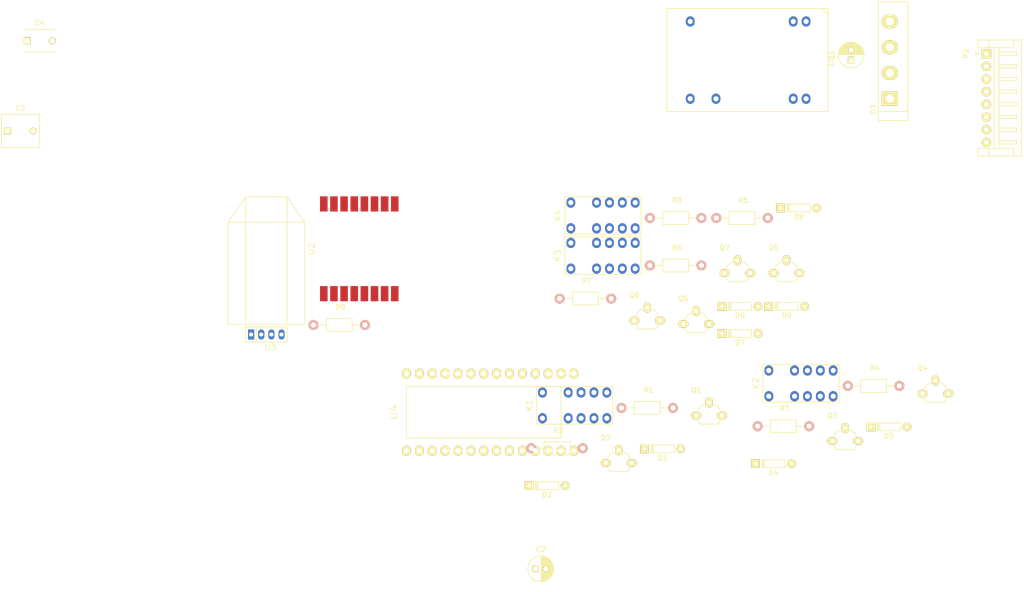
<source format=kicad_pcb>
(kicad_pcb (version 4) (host pcbnew 4.0.3-stable)

  (general
    (links 99)
    (no_connects 99)
    (area 0 0 0 0)
    (thickness 1.6)
    (drawings 0)
    (tracks 0)
    (zones 0)
    (modules 39)
    (nets 75)
  )

  (page A4)
  (layers
    (0 F.Cu signal)
    (31 B.Cu signal)
    (32 B.Adhes user)
    (33 F.Adhes user)
    (34 B.Paste user)
    (35 F.Paste user)
    (36 B.SilkS user)
    (37 F.SilkS user)
    (38 B.Mask user)
    (39 F.Mask user)
    (40 Dwgs.User user)
    (41 Cmts.User user)
    (42 Eco1.User user)
    (43 Eco2.User user)
    (44 Edge.Cuts user)
    (45 Margin user)
    (46 B.CrtYd user)
    (47 F.CrtYd user)
    (48 B.Fab user)
    (49 F.Fab user)
  )

  (setup
    (last_trace_width 0.25)
    (trace_clearance 0.2)
    (zone_clearance 0.508)
    (zone_45_only no)
    (trace_min 0.2)
    (segment_width 0.2)
    (edge_width 0.15)
    (via_size 0.6)
    (via_drill 0.4)
    (via_min_size 0.4)
    (via_min_drill 0.3)
    (uvia_size 0.3)
    (uvia_drill 0.1)
    (uvias_allowed no)
    (uvia_min_size 0.2)
    (uvia_min_drill 0.1)
    (pcb_text_width 0.3)
    (pcb_text_size 1.5 1.5)
    (mod_edge_width 0.15)
    (mod_text_size 1 1)
    (mod_text_width 0.15)
    (pad_size 1.524 1.524)
    (pad_drill 0.762)
    (pad_to_mask_clearance 0.2)
    (aux_axis_origin 0 0)
    (visible_elements FFFFFF7F)
    (pcbplotparams
      (layerselection 0x00030_80000001)
      (usegerberextensions false)
      (excludeedgelayer true)
      (linewidth 0.100000)
      (plotframeref false)
      (viasonmask false)
      (mode 1)
      (useauxorigin false)
      (hpglpennumber 1)
      (hpglpenspeed 20)
      (hpglpendiameter 15)
      (hpglpenoverlay 2)
      (psnegative false)
      (psa4output false)
      (plotreference true)
      (plotvalue true)
      (plotinvisibletext false)
      (padsonsilk false)
      (subtractmaskfromsilk false)
      (outputformat 1)
      (mirror false)
      (drillshape 1)
      (scaleselection 1)
      (outputdirectory ""))
  )

  (net 0 "")
  (net 1 "Net-(D1-Pad2)")
  (net 2 +5V)
  (net 3 "Net-(D2-Pad2)")
  (net 4 "Net-(C1-Pad1)")
  (net 5 /power/24VAC_1)
  (net 6 "Net-(C1-Pad2)")
  (net 7 /power/24VAC_2)
  (net 8 "Net-(D4-Pad2)")
  (net 9 "Net-(D5-Pad2)")
  (net 10 "Net-(D6-Pad2)")
  (net 11 "Net-(D7-Pad2)")
  (net 12 "Net-(D8-Pad2)")
  (net 13 "Net-(D9-Pad2)")
  (net 14 "Net-(K1-Pad10)")
  (net 15 "Net-(K1-Pad3)")
  (net 16 "Net-(K1-Pad9)")
  (net 17 "Net-(K1-Pad8)")
  (net 18 /relay_fan/G)
  (net 19 "Net-(K2-Pad10)")
  (net 20 "Net-(K2-Pad3)")
  (net 21 "Net-(K2-Pad9)")
  (net 22 "Net-(K2-Pad8)")
  (net 23 /relay_emheat/E)
  (net 24 "Net-(K3-Pad10)")
  (net 25 "Net-(K3-Pad3)")
  (net 26 "Net-(K3-Pad4)")
  (net 27 "Net-(K3-Pad8)")
  (net 28 "Net-(K3-Pad5)")
  (net 29 /relay_heatcool/O)
  (net 30 /relay_heatcool/Y)
  (net 31 /relay_heatcool/B)
  (net 32 /relay_heatcool/W)
  (net 33 "Net-(Q1-Pad2)")
  (net 34 GND)
  (net 35 "Net-(Q2-Pad2)")
  (net 36 "Net-(Q3-Pad2)")
  (net 37 "Net-(Q4-Pad2)")
  (net 38 "Net-(Q5-Pad2)")
  (net 39 "Net-(Q6-Pad2)")
  (net 40 "Net-(Q7-Pad2)")
  (net 41 "Net-(Q8-Pad2)")
  (net 42 /fan_on_uc)
  (net 43 /fan_off_uc)
  (net 44 /relay_emheat/SET)
  (net 45 /relay_emheat/RST)
  (net 46 /control_comm/idleMode)
  (net 47 /control_comm/coolMode)
  (net 48 /control_comm/runMode)
  (net 49 /control_comm/heatMode)
  (net 50 +3V3)
  (net 51 "Net-(R9-Pad2)")
  (net 52 "Net-(U1-Pad11)")
  (net 53 /control_comm/rfm_int)
  (net 54 "Net-(U2-Pad3)")
  (net 55 "Net-(U2-Pad4)")
  (net 56 "Net-(U2-Pad5)")
  (net 57 "Net-(U2-Pad6)")
  (net 58 "Net-(U2-Pad7)")
  (net 59 /control_comm/ant)
  (net 60 /control_comm/sck)
  (net 61 /control_comm/miso)
  (net 62 /control_comm/mosi)
  (net 63 /control_comm/nss)
  (net 64 "Net-(U3-Pad3)")
  (net 65 "Net-(U4-Pad2)")
  (net 66 /control_comm/ui_tx)
  (net 67 /control_comm/ui_rx)
  (net 68 "Net-(U4-Pad5)")
  (net 69 "Net-(U4-Pad6)")
  (net 70 "Net-(U4-Pad7)")
  (net 71 "Net-(U4-Pad8)")
  (net 72 "Net-(U4-Pad9)")
  (net 73 "Net-(U4-Pad14)")
  (net 74 "Net-(U4-Pad15)")

  (net_class Default "This is the default net class."
    (clearance 0.2)
    (trace_width 0.25)
    (via_dia 0.6)
    (via_drill 0.4)
    (uvia_dia 0.3)
    (uvia_drill 0.1)
    (add_net +3V3)
    (add_net +5V)
    (add_net /control_comm/ant)
    (add_net /control_comm/coolMode)
    (add_net /control_comm/heatMode)
    (add_net /control_comm/idleMode)
    (add_net /control_comm/miso)
    (add_net /control_comm/mosi)
    (add_net /control_comm/nss)
    (add_net /control_comm/rfm_int)
    (add_net /control_comm/runMode)
    (add_net /control_comm/sck)
    (add_net /control_comm/ui_rx)
    (add_net /control_comm/ui_tx)
    (add_net /fan_off_uc)
    (add_net /fan_on_uc)
    (add_net /power/24VAC_1)
    (add_net /power/24VAC_2)
    (add_net /relay_emheat/E)
    (add_net /relay_emheat/RST)
    (add_net /relay_emheat/SET)
    (add_net /relay_fan/G)
    (add_net /relay_heatcool/B)
    (add_net /relay_heatcool/O)
    (add_net /relay_heatcool/W)
    (add_net /relay_heatcool/Y)
    (add_net GND)
    (add_net "Net-(C1-Pad1)")
    (add_net "Net-(C1-Pad2)")
    (add_net "Net-(D1-Pad2)")
    (add_net "Net-(D2-Pad2)")
    (add_net "Net-(D4-Pad2)")
    (add_net "Net-(D5-Pad2)")
    (add_net "Net-(D6-Pad2)")
    (add_net "Net-(D7-Pad2)")
    (add_net "Net-(D8-Pad2)")
    (add_net "Net-(D9-Pad2)")
    (add_net "Net-(K1-Pad10)")
    (add_net "Net-(K1-Pad3)")
    (add_net "Net-(K1-Pad8)")
    (add_net "Net-(K1-Pad9)")
    (add_net "Net-(K2-Pad10)")
    (add_net "Net-(K2-Pad3)")
    (add_net "Net-(K2-Pad8)")
    (add_net "Net-(K2-Pad9)")
    (add_net "Net-(K3-Pad10)")
    (add_net "Net-(K3-Pad3)")
    (add_net "Net-(K3-Pad4)")
    (add_net "Net-(K3-Pad5)")
    (add_net "Net-(K3-Pad8)")
    (add_net "Net-(Q1-Pad2)")
    (add_net "Net-(Q2-Pad2)")
    (add_net "Net-(Q3-Pad2)")
    (add_net "Net-(Q4-Pad2)")
    (add_net "Net-(Q5-Pad2)")
    (add_net "Net-(Q6-Pad2)")
    (add_net "Net-(Q7-Pad2)")
    (add_net "Net-(Q8-Pad2)")
    (add_net "Net-(R9-Pad2)")
    (add_net "Net-(U1-Pad11)")
    (add_net "Net-(U2-Pad3)")
    (add_net "Net-(U2-Pad4)")
    (add_net "Net-(U2-Pad5)")
    (add_net "Net-(U2-Pad6)")
    (add_net "Net-(U2-Pad7)")
    (add_net "Net-(U3-Pad3)")
    (add_net "Net-(U4-Pad14)")
    (add_net "Net-(U4-Pad15)")
    (add_net "Net-(U4-Pad2)")
    (add_net "Net-(U4-Pad5)")
    (add_net "Net-(U4-Pad6)")
    (add_net "Net-(U4-Pad7)")
    (add_net "Net-(U4-Pad8)")
    (add_net "Net-(U4-Pad9)")
  )

  (module DJ06S4805A (layer F.Cu) (tedit 57B10EFD) (tstamp 57B50DF9)
    (at 224.79 20.32 180)
    (path /57B0E3FE/57B113E1)
    (fp_text reference U1 (at -4.84 -7.62 270) (layer F.SilkS)
      (effects (font (size 1.2 1.2) (thickness 0.15)))
    )
    (fp_text value DJ06S4805A (at 11.43 -7.62 180) (layer F.Fab)
      (effects (font (size 1.2 1.2) (thickness 0.15)))
    )
    (fp_line (start -4.318 1.27) (end -3.048 2.54) (layer F.SilkS) (width 0.15))
    (fp_line (start -4.318 -17.78) (end 27.432 -17.78) (layer F.SilkS) (width 0.15))
    (fp_line (start 27.432 2.54) (end 27.432 -17.78) (layer F.SilkS) (width 0.15))
    (fp_line (start -4.318 2.54) (end -4.318 -17.78) (layer F.SilkS) (width 0.15))
    (fp_line (start -4.318 2.54) (end 27.432 2.54) (layer F.SilkS) (width 0.15))
    (pad 23 thru_hole oval (at 0 -15.24 180) (size 1.7272 2.032) (drill 1) (layers *.Cu *.Mask)
      (net 4 "Net-(C1-Pad1)"))
    (pad 2 thru_hole oval (at 0 0 180) (size 1.7272 2.032) (drill 1) (layers *.Cu *.Mask)
      (net 6 "Net-(C1-Pad2)"))
    (pad 22 thru_hole oval (at 2.54 -15.24 180) (size 1.7272 2.032) (drill 1) (layers *.Cu *.Mask)
      (net 4 "Net-(C1-Pad1)"))
    (pad 3 thru_hole oval (at 2.54 0 180) (size 1.7272 2.032) (drill 1) (layers *.Cu *.Mask)
      (net 6 "Net-(C1-Pad2)"))
    (pad 16 thru_hole oval (at 17.78 -15.24 180) (size 1.7272 2.032) (drill 1) (layers *.Cu *.Mask)
      (net 34 GND))
    (pad 14 thru_hole oval (at 22.86 -15.24 180) (size 1.7272 2.032) (drill 1) (layers *.Cu *.Mask)
      (net 2 +5V))
    (pad 11 thru_hole oval (at 22.86 0 180) (size 1.7272 2.032) (drill 1) (layers *.Cu *.Mask)
      (net 52 "Net-(U1-Pad11)"))
  )

  (module t_footprints:DO-35 (layer F.Cu) (tedit 57B0F4FF) (tstamp 57B50C1E)
    (at 192.91911 104.619)
    (descr DO-35)
    (tags "DO-35 Diode")
    (path /57B09963/57B0FA7B)
    (fp_text reference D1 (at 3.556 1.778) (layer F.SilkS)
      (effects (font (size 1 1) (thickness 0.15)))
    )
    (fp_text value 1N4148 (at 3.556 -1.524) (layer F.Fab)
      (effects (font (size 1 1) (thickness 0.15)))
    )
    (fp_line (start 1.77852 -0.76454) (end 1.77852 0.75946) (layer F.SilkS) (width 0.15))
    (fp_line (start 1.52452 -0.76454) (end 1.52452 0.75946) (layer F.SilkS) (width 0.15))
    (fp_line (start 1.27052 -0.00254) (end 1.27052 0.75946) (layer F.SilkS) (width 0.15))
    (fp_line (start 1.27052 0.75946) (end 5.84252 0.75946) (layer F.SilkS) (width 0.15))
    (fp_line (start 5.84252 0.75946) (end 5.84252 -0.76454) (layer F.SilkS) (width 0.15))
    (fp_line (start 5.84252 -0.76454) (end 1.27052 -0.76454) (layer F.SilkS) (width 0.15))
    (fp_line (start 1.27052 -0.76454) (end 1.27052 -0.00254) (layer F.SilkS) (width 0.15))
    (pad 2 thru_hole circle (at 7.112 -0.00254 180) (size 1.69926 1.69926) (drill 0.70104) (layers *.Cu *.Mask F.SilkS)
      (net 1 "Net-(D1-Pad2)"))
    (pad 1 thru_hole rect (at 0.00052 -0.00254 180) (size 1.69926 1.69926) (drill 0.70104) (layers *.Cu *.Mask F.SilkS)
      (net 2 +5V))
    (model Diodes_ThroughHole.3dshapes/Diode_DO-35_SOD27_Horizontal_RM10.wrl
      (at (xyz 0.2 0 0))
      (scale (xyz 0.4 0.4 0.4))
      (rotate (xyz 0 0 180))
    )
  )

  (module t_footprints:DO-35 (layer F.Cu) (tedit 57B0F4FF) (tstamp 57B50C2B)
    (at 170.14911 111.879)
    (descr DO-35)
    (tags "DO-35 Diode")
    (path /57B09963/57B0F927)
    (fp_text reference D2 (at 3.556 1.778) (layer F.SilkS)
      (effects (font (size 1 1) (thickness 0.15)))
    )
    (fp_text value 1N4148 (at 3.556 -1.524) (layer F.Fab)
      (effects (font (size 1 1) (thickness 0.15)))
    )
    (fp_line (start 1.77852 -0.76454) (end 1.77852 0.75946) (layer F.SilkS) (width 0.15))
    (fp_line (start 1.52452 -0.76454) (end 1.52452 0.75946) (layer F.SilkS) (width 0.15))
    (fp_line (start 1.27052 -0.00254) (end 1.27052 0.75946) (layer F.SilkS) (width 0.15))
    (fp_line (start 1.27052 0.75946) (end 5.84252 0.75946) (layer F.SilkS) (width 0.15))
    (fp_line (start 5.84252 0.75946) (end 5.84252 -0.76454) (layer F.SilkS) (width 0.15))
    (fp_line (start 5.84252 -0.76454) (end 1.27052 -0.76454) (layer F.SilkS) (width 0.15))
    (fp_line (start 1.27052 -0.76454) (end 1.27052 -0.00254) (layer F.SilkS) (width 0.15))
    (pad 2 thru_hole circle (at 7.112 -0.00254 180) (size 1.69926 1.69926) (drill 0.70104) (layers *.Cu *.Mask F.SilkS)
      (net 3 "Net-(D2-Pad2)"))
    (pad 1 thru_hole rect (at 0.00052 -0.00254 180) (size 1.69926 1.69926) (drill 0.70104) (layers *.Cu *.Mask F.SilkS)
      (net 2 +5V))
    (model Diodes_ThroughHole.3dshapes/Diode_DO-35_SOD27_Horizontal_RM10.wrl
      (at (xyz 0.2 0 0))
      (scale (xyz 0.4 0.4 0.4))
      (rotate (xyz 0 0 180))
    )
  )

  (module GBU (layer F.Cu) (tedit 57B11972) (tstamp 57B50C43)
    (at 241.3 35.56 90)
    (descr "Single phase bridge rectifier case GBU")
    (tags "Diode Bridge")
    (path /57B0E3FE/57B75A52)
    (fp_text reference D3 (at -2.1 -3.3 90) (layer F.SilkS)
      (effects (font (size 1 1) (thickness 0.15)))
    )
    (fp_text value GBU806 (at 4.1 4.8 90) (layer F.Fab)
      (effects (font (size 1 1) (thickness 0.15)))
    )
    (fp_line (start -2.522 3.55) (end -2.522 -2.25) (layer F.SilkS) (width 0.15))
    (fp_arc (start 10.05 2.2) (end 10.35 2.5) (angle 100) (layer F.Fab) (width 0.2))
    (fp_arc (start 10.7 2.7) (end 10.35 2.5) (angle 100) (layer F.Fab) (width 0.2))
    (fp_arc (start 5.6 2.7) (end 5.25 2.5) (angle 100) (layer F.Fab) (width 0.2))
    (fp_arc (start 4.95 2.2) (end 5.25 2.5) (angle 100) (layer F.Fab) (width 0.2))
    (fp_line (start 14.75 2.5) (end 15.75 2.5) (layer F.Fab) (width 0.2))
    (fp_line (start -0.5 2.5) (end 0.5 2.5) (layer F.Fab) (width 0.2))
    (fp_line (start 0 2) (end 0 3) (layer F.Fab) (width 0.2))
    (fp_line (start 19.45 -2.6) (end 19.45 3.9) (layer F.CrtYd) (width 0.05))
    (fp_line (start 19.45 3.9) (end -4.65 3.9) (layer F.CrtYd) (width 0.05))
    (fp_line (start -4.65 3.9) (end -4.65 -2.6) (layer F.CrtYd) (width 0.05))
    (fp_line (start -4.65 -2.6) (end 19.45 -2.6) (layer F.CrtYd) (width 0.05))
    (fp_line (start -4.3 -2.25) (end 19.1 -2.25) (layer F.SilkS) (width 0.15))
    (fp_line (start 19.1 -2.25) (end 19.1 3.55) (layer F.SilkS) (width 0.15))
    (fp_line (start 19.1 3.55) (end -4.3 3.55) (layer F.SilkS) (width 0.15))
    (fp_line (start -4.3 3.55) (end -4.3 -2.25) (layer F.SilkS) (width 0.15))
    (pad 1 thru_hole rect (at 0 0 90) (size 2.74193 3.2258) (drill 1.5875) (layers *.Cu *.Mask F.SilkS)
      (net 4 "Net-(C1-Pad1)"))
    (pad 2 thru_hole oval (at 5.08 0 90) (size 2.74193 3.2258) (drill 1.5875) (layers *.Cu *.Mask F.SilkS)
      (net 7 /power/24VAC_2))
    (pad 4 thru_hole oval (at 15.24 0 90) (size 2.74193 3.2258) (drill 1.5875) (layers *.Cu *.Mask F.SilkS)
      (net 6 "Net-(C1-Pad2)"))
    (pad 3 thru_hole oval (at 10.16 0 90) (size 2.74193 3.2258) (drill 1.5875) (layers *.Cu *.Mask F.SilkS)
      (net 5 /power/24VAC_1))
  )

  (module t_footprints:DO-35 (layer F.Cu) (tedit 57B0F4FF) (tstamp 57B50C50)
    (at 214.79911 107.539)
    (descr DO-35)
    (tags "DO-35 Diode")
    (path /57B25F57/57B26849)
    (fp_text reference D4 (at 3.556 1.778) (layer F.SilkS)
      (effects (font (size 1 1) (thickness 0.15)))
    )
    (fp_text value 1N4148 (at 3.556 -1.524) (layer F.Fab)
      (effects (font (size 1 1) (thickness 0.15)))
    )
    (fp_line (start 1.77852 -0.76454) (end 1.77852 0.75946) (layer F.SilkS) (width 0.15))
    (fp_line (start 1.52452 -0.76454) (end 1.52452 0.75946) (layer F.SilkS) (width 0.15))
    (fp_line (start 1.27052 -0.00254) (end 1.27052 0.75946) (layer F.SilkS) (width 0.15))
    (fp_line (start 1.27052 0.75946) (end 5.84252 0.75946) (layer F.SilkS) (width 0.15))
    (fp_line (start 5.84252 0.75946) (end 5.84252 -0.76454) (layer F.SilkS) (width 0.15))
    (fp_line (start 5.84252 -0.76454) (end 1.27052 -0.76454) (layer F.SilkS) (width 0.15))
    (fp_line (start 1.27052 -0.76454) (end 1.27052 -0.00254) (layer F.SilkS) (width 0.15))
    (pad 2 thru_hole circle (at 7.112 -0.00254 180) (size 1.69926 1.69926) (drill 0.70104) (layers *.Cu *.Mask F.SilkS)
      (net 8 "Net-(D4-Pad2)"))
    (pad 1 thru_hole rect (at 0.00052 -0.00254 180) (size 1.69926 1.69926) (drill 0.70104) (layers *.Cu *.Mask F.SilkS)
      (net 2 +5V))
    (model Diodes_ThroughHole.3dshapes/Diode_DO-35_SOD27_Horizontal_RM10.wrl
      (at (xyz 0.2 0 0))
      (scale (xyz 0.4 0.4 0.4))
      (rotate (xyz 0 0 180))
    )
  )

  (module t_footprints:DO-35 (layer F.Cu) (tedit 57B0F4FF) (tstamp 57B50C5D)
    (at 237.56911 100.279)
    (descr DO-35)
    (tags "DO-35 Diode")
    (path /57B25F57/57B26848)
    (fp_text reference D5 (at 3.556 1.778) (layer F.SilkS)
      (effects (font (size 1 1) (thickness 0.15)))
    )
    (fp_text value 1N4148 (at 3.556 -1.524) (layer F.Fab)
      (effects (font (size 1 1) (thickness 0.15)))
    )
    (fp_line (start 1.77852 -0.76454) (end 1.77852 0.75946) (layer F.SilkS) (width 0.15))
    (fp_line (start 1.52452 -0.76454) (end 1.52452 0.75946) (layer F.SilkS) (width 0.15))
    (fp_line (start 1.27052 -0.00254) (end 1.27052 0.75946) (layer F.SilkS) (width 0.15))
    (fp_line (start 1.27052 0.75946) (end 5.84252 0.75946) (layer F.SilkS) (width 0.15))
    (fp_line (start 5.84252 0.75946) (end 5.84252 -0.76454) (layer F.SilkS) (width 0.15))
    (fp_line (start 5.84252 -0.76454) (end 1.27052 -0.76454) (layer F.SilkS) (width 0.15))
    (fp_line (start 1.27052 -0.76454) (end 1.27052 -0.00254) (layer F.SilkS) (width 0.15))
    (pad 2 thru_hole circle (at 7.112 -0.00254 180) (size 1.69926 1.69926) (drill 0.70104) (layers *.Cu *.Mask F.SilkS)
      (net 9 "Net-(D5-Pad2)"))
    (pad 1 thru_hole rect (at 0.00052 -0.00254 180) (size 1.69926 1.69926) (drill 0.70104) (layers *.Cu *.Mask F.SilkS)
      (net 2 +5V))
    (model Diodes_ThroughHole.3dshapes/Diode_DO-35_SOD27_Horizontal_RM10.wrl
      (at (xyz 0.2 0 0))
      (scale (xyz 0.4 0.4 0.4))
      (rotate (xyz 0 0 180))
    )
  )

  (module t_footprints:DO-35 (layer F.Cu) (tedit 57B0F4FF) (tstamp 57B50C6A)
    (at 208.18911 76.519)
    (descr DO-35)
    (tags "DO-35 Diode")
    (path /57B3CA15/57B5152F)
    (fp_text reference D6 (at 3.556 1.778) (layer F.SilkS)
      (effects (font (size 1 1) (thickness 0.15)))
    )
    (fp_text value 1N4148 (at 3.556 -1.524) (layer F.Fab)
      (effects (font (size 1 1) (thickness 0.15)))
    )
    (fp_line (start 1.77852 -0.76454) (end 1.77852 0.75946) (layer F.SilkS) (width 0.15))
    (fp_line (start 1.52452 -0.76454) (end 1.52452 0.75946) (layer F.SilkS) (width 0.15))
    (fp_line (start 1.27052 -0.00254) (end 1.27052 0.75946) (layer F.SilkS) (width 0.15))
    (fp_line (start 1.27052 0.75946) (end 5.84252 0.75946) (layer F.SilkS) (width 0.15))
    (fp_line (start 5.84252 0.75946) (end 5.84252 -0.76454) (layer F.SilkS) (width 0.15))
    (fp_line (start 5.84252 -0.76454) (end 1.27052 -0.76454) (layer F.SilkS) (width 0.15))
    (fp_line (start 1.27052 -0.76454) (end 1.27052 -0.00254) (layer F.SilkS) (width 0.15))
    (pad 2 thru_hole circle (at 7.112 -0.00254 180) (size 1.69926 1.69926) (drill 0.70104) (layers *.Cu *.Mask F.SilkS)
      (net 10 "Net-(D6-Pad2)"))
    (pad 1 thru_hole rect (at 0.00052 -0.00254 180) (size 1.69926 1.69926) (drill 0.70104) (layers *.Cu *.Mask F.SilkS)
      (net 2 +5V))
    (model Diodes_ThroughHole.3dshapes/Diode_DO-35_SOD27_Horizontal_RM10.wrl
      (at (xyz 0.2 0 0))
      (scale (xyz 0.4 0.4 0.4))
      (rotate (xyz 0 0 180))
    )
  )

  (module t_footprints:DO-35 (layer F.Cu) (tedit 57B0F4FF) (tstamp 57B50C77)
    (at 208.18911 81.869)
    (descr DO-35)
    (tags "DO-35 Diode")
    (path /57B3CA15/57B5145D)
    (fp_text reference D7 (at 3.556 1.778) (layer F.SilkS)
      (effects (font (size 1 1) (thickness 0.15)))
    )
    (fp_text value 1N4148 (at 3.556 -1.524) (layer F.Fab)
      (effects (font (size 1 1) (thickness 0.15)))
    )
    (fp_line (start 1.77852 -0.76454) (end 1.77852 0.75946) (layer F.SilkS) (width 0.15))
    (fp_line (start 1.52452 -0.76454) (end 1.52452 0.75946) (layer F.SilkS) (width 0.15))
    (fp_line (start 1.27052 -0.00254) (end 1.27052 0.75946) (layer F.SilkS) (width 0.15))
    (fp_line (start 1.27052 0.75946) (end 5.84252 0.75946) (layer F.SilkS) (width 0.15))
    (fp_line (start 5.84252 0.75946) (end 5.84252 -0.76454) (layer F.SilkS) (width 0.15))
    (fp_line (start 5.84252 -0.76454) (end 1.27052 -0.76454) (layer F.SilkS) (width 0.15))
    (fp_line (start 1.27052 -0.76454) (end 1.27052 -0.00254) (layer F.SilkS) (width 0.15))
    (pad 2 thru_hole circle (at 7.112 -0.00254 180) (size 1.69926 1.69926) (drill 0.70104) (layers *.Cu *.Mask F.SilkS)
      (net 11 "Net-(D7-Pad2)"))
    (pad 1 thru_hole rect (at 0.00052 -0.00254 180) (size 1.69926 1.69926) (drill 0.70104) (layers *.Cu *.Mask F.SilkS)
      (net 2 +5V))
    (model Diodes_ThroughHole.3dshapes/Diode_DO-35_SOD27_Horizontal_RM10.wrl
      (at (xyz 0.2 0 0))
      (scale (xyz 0.4 0.4 0.4))
      (rotate (xyz 0 0 180))
    )
  )

  (module t_footprints:DO-35 (layer F.Cu) (tedit 57B0F4FF) (tstamp 57B50C84)
    (at 219.74911 57.109)
    (descr DO-35)
    (tags "DO-35 Diode")
    (path /57B3CA15/57B51614)
    (fp_text reference D8 (at 3.556 1.778) (layer F.SilkS)
      (effects (font (size 1 1) (thickness 0.15)))
    )
    (fp_text value 1N4148 (at 3.556 -1.524) (layer F.Fab)
      (effects (font (size 1 1) (thickness 0.15)))
    )
    (fp_line (start 1.77852 -0.76454) (end 1.77852 0.75946) (layer F.SilkS) (width 0.15))
    (fp_line (start 1.52452 -0.76454) (end 1.52452 0.75946) (layer F.SilkS) (width 0.15))
    (fp_line (start 1.27052 -0.00254) (end 1.27052 0.75946) (layer F.SilkS) (width 0.15))
    (fp_line (start 1.27052 0.75946) (end 5.84252 0.75946) (layer F.SilkS) (width 0.15))
    (fp_line (start 5.84252 0.75946) (end 5.84252 -0.76454) (layer F.SilkS) (width 0.15))
    (fp_line (start 5.84252 -0.76454) (end 1.27052 -0.76454) (layer F.SilkS) (width 0.15))
    (fp_line (start 1.27052 -0.76454) (end 1.27052 -0.00254) (layer F.SilkS) (width 0.15))
    (pad 2 thru_hole circle (at 7.112 -0.00254 180) (size 1.69926 1.69926) (drill 0.70104) (layers *.Cu *.Mask F.SilkS)
      (net 12 "Net-(D8-Pad2)"))
    (pad 1 thru_hole rect (at 0.00052 -0.00254 180) (size 1.69926 1.69926) (drill 0.70104) (layers *.Cu *.Mask F.SilkS)
      (net 2 +5V))
    (model Diodes_ThroughHole.3dshapes/Diode_DO-35_SOD27_Horizontal_RM10.wrl
      (at (xyz 0.2 0 0))
      (scale (xyz 0.4 0.4 0.4))
      (rotate (xyz 0 0 180))
    )
  )

  (module t_footprints:DO-35 (layer F.Cu) (tedit 57B0F4FF) (tstamp 57B50C91)
    (at 217.39911 76.519)
    (descr DO-35)
    (tags "DO-35 Diode")
    (path /57B3CA15/57B5122A)
    (fp_text reference D9 (at 3.556 1.778) (layer F.SilkS)
      (effects (font (size 1 1) (thickness 0.15)))
    )
    (fp_text value 1N4148 (at 3.556 -1.524) (layer F.Fab)
      (effects (font (size 1 1) (thickness 0.15)))
    )
    (fp_line (start 1.77852 -0.76454) (end 1.77852 0.75946) (layer F.SilkS) (width 0.15))
    (fp_line (start 1.52452 -0.76454) (end 1.52452 0.75946) (layer F.SilkS) (width 0.15))
    (fp_line (start 1.27052 -0.00254) (end 1.27052 0.75946) (layer F.SilkS) (width 0.15))
    (fp_line (start 1.27052 0.75946) (end 5.84252 0.75946) (layer F.SilkS) (width 0.15))
    (fp_line (start 5.84252 0.75946) (end 5.84252 -0.76454) (layer F.SilkS) (width 0.15))
    (fp_line (start 5.84252 -0.76454) (end 1.27052 -0.76454) (layer F.SilkS) (width 0.15))
    (fp_line (start 1.27052 -0.76454) (end 1.27052 -0.00254) (layer F.SilkS) (width 0.15))
    (pad 2 thru_hole circle (at 7.112 -0.00254 180) (size 1.69926 1.69926) (drill 0.70104) (layers *.Cu *.Mask F.SilkS)
      (net 13 "Net-(D9-Pad2)"))
    (pad 1 thru_hole rect (at 0.00052 -0.00254 180) (size 1.69926 1.69926) (drill 0.70104) (layers *.Cu *.Mask F.SilkS)
      (net 2 +5V))
    (model Diodes_ThroughHole.3dshapes/Diode_DO-35_SOD27_Horizontal_RM10.wrl
      (at (xyz 0.2 0 0))
      (scale (xyz 0.4 0.4 0.4))
      (rotate (xyz 0 0 180))
    )
  )

  (module t_footprints:RELAY_2_FORM_C (layer F.Cu) (tedit 57B0ECD4) (tstamp 57B50CA3)
    (at 172.7786 98.585001)
    (path /57B09963/57B7A60A)
    (fp_text reference K1 (at -2.5636 -2.54 90) (layer F.SilkS)
      (effects (font (size 1.2 1.2) (thickness 0.15)))
    )
    (fp_text value TX2-LT-5V-TH (at 6.35 -2.54) (layer F.Fab)
      (effects (font (size 1.2 1.2) (thickness 0.15)))
    )
    (fp_line (start -1.15 1.16) (end 13.85 1.16) (layer F.SilkS) (width 0.15))
    (fp_line (start 13.85 -6.24) (end 13.85 1.16) (layer F.SilkS) (width 0.15))
    (fp_line (start -1.15 -6.24) (end 13.85 -6.24) (layer F.SilkS) (width 0.15))
    (fp_line (start -1.15 -6.24) (end -1.15 1.16) (layer F.SilkS) (width 0.15))
    (pad 12 thru_hole oval (at 0 -5.08) (size 1.7272 2.032) (drill 1) (layers *.Cu *.Mask)
      (net 3 "Net-(D2-Pad2)"))
    (pad 1 thru_hole oval (at 0 0) (size 1.7272 2.032) (drill 1) (layers *.Cu *.Mask)
      (net 2 +5V))
    (pad 10 thru_hole oval (at 5.08 -5.08) (size 1.7272 2.032) (drill 1) (layers *.Cu *.Mask)
      (net 14 "Net-(K1-Pad10)"))
    (pad 3 thru_hole oval (at 5.08 0) (size 1.7272 2.032) (drill 1) (layers *.Cu *.Mask)
      (net 15 "Net-(K1-Pad3)"))
    (pad 9 thru_hole oval (at 7.62 -5.08) (size 1.7272 2.032) (drill 1) (layers *.Cu *.Mask)
      (net 16 "Net-(K1-Pad9)"))
    (pad 4 thru_hole oval (at 7.62 0) (size 1.7272 2.032) (drill 1) (layers *.Cu *.Mask)
      (net 5 /power/24VAC_1))
    (pad 8 thru_hole oval (at 10.16 -5.08) (size 1.7272 2.032) (drill 1) (layers *.Cu *.Mask)
      (net 17 "Net-(K1-Pad8)"))
    (pad 5 thru_hole oval (at 10.16 0) (size 1.7272 2.032) (drill 1) (layers *.Cu *.Mask)
      (net 18 /relay_fan/G))
    (pad 7 thru_hole oval (at 12.7 -5.08) (size 1.7272 2.032) (drill 1) (layers *.Cu *.Mask)
      (net 1 "Net-(D1-Pad2)"))
    (pad 6 thru_hole oval (at 12.7 0) (size 1.7272 2.032) (drill 1) (layers *.Cu *.Mask)
      (net 2 +5V))
  )

  (module t_footprints:RELAY_2_FORM_C (layer F.Cu) (tedit 57B0ECD4) (tstamp 57B50CB5)
    (at 217.4286 94.245001)
    (path /57B25F57/57B7AEC8)
    (fp_text reference K2 (at -2.5636 -2.54 90) (layer F.SilkS)
      (effects (font (size 1.2 1.2) (thickness 0.15)))
    )
    (fp_text value TX2-LT-5V-TH (at 6.35 -2.54) (layer F.Fab)
      (effects (font (size 1.2 1.2) (thickness 0.15)))
    )
    (fp_line (start -1.15 1.16) (end 13.85 1.16) (layer F.SilkS) (width 0.15))
    (fp_line (start 13.85 -6.24) (end 13.85 1.16) (layer F.SilkS) (width 0.15))
    (fp_line (start -1.15 -6.24) (end 13.85 -6.24) (layer F.SilkS) (width 0.15))
    (fp_line (start -1.15 -6.24) (end -1.15 1.16) (layer F.SilkS) (width 0.15))
    (pad 12 thru_hole oval (at 0 -5.08) (size 1.7272 2.032) (drill 1) (layers *.Cu *.Mask)
      (net 9 "Net-(D5-Pad2)"))
    (pad 1 thru_hole oval (at 0 0) (size 1.7272 2.032) (drill 1) (layers *.Cu *.Mask)
      (net 2 +5V))
    (pad 10 thru_hole oval (at 5.08 -5.08) (size 1.7272 2.032) (drill 1) (layers *.Cu *.Mask)
      (net 19 "Net-(K2-Pad10)"))
    (pad 3 thru_hole oval (at 5.08 0) (size 1.7272 2.032) (drill 1) (layers *.Cu *.Mask)
      (net 20 "Net-(K2-Pad3)"))
    (pad 9 thru_hole oval (at 7.62 -5.08) (size 1.7272 2.032) (drill 1) (layers *.Cu *.Mask)
      (net 21 "Net-(K2-Pad9)"))
    (pad 4 thru_hole oval (at 7.62 0) (size 1.7272 2.032) (drill 1) (layers *.Cu *.Mask)
      (net 5 /power/24VAC_1))
    (pad 8 thru_hole oval (at 10.16 -5.08) (size 1.7272 2.032) (drill 1) (layers *.Cu *.Mask)
      (net 22 "Net-(K2-Pad8)"))
    (pad 5 thru_hole oval (at 10.16 0) (size 1.7272 2.032) (drill 1) (layers *.Cu *.Mask)
      (net 23 /relay_emheat/E))
    (pad 7 thru_hole oval (at 12.7 -5.08) (size 1.7272 2.032) (drill 1) (layers *.Cu *.Mask)
      (net 8 "Net-(D4-Pad2)"))
    (pad 6 thru_hole oval (at 12.7 0) (size 1.7272 2.032) (drill 1) (layers *.Cu *.Mask)
      (net 2 +5V))
  )

  (module t_footprints:RELAY_2_FORM_C (layer F.Cu) (tedit 57B0ECD4) (tstamp 57B50CC7)
    (at 178.3786 69.075001)
    (path /57B3CA15/57B7A92A)
    (fp_text reference K3 (at -2.5636 -2.54 90) (layer F.SilkS)
      (effects (font (size 1.2 1.2) (thickness 0.15)))
    )
    (fp_text value TX2-LT-5V-TH (at 6.35 -2.54) (layer F.Fab)
      (effects (font (size 1.2 1.2) (thickness 0.15)))
    )
    (fp_line (start -1.15 1.16) (end 13.85 1.16) (layer F.SilkS) (width 0.15))
    (fp_line (start 13.85 -6.24) (end 13.85 1.16) (layer F.SilkS) (width 0.15))
    (fp_line (start -1.15 -6.24) (end 13.85 -6.24) (layer F.SilkS) (width 0.15))
    (fp_line (start -1.15 -6.24) (end -1.15 1.16) (layer F.SilkS) (width 0.15))
    (pad 12 thru_hole oval (at 0 -5.08) (size 1.7272 2.032) (drill 1) (layers *.Cu *.Mask)
      (net 2 +5V))
    (pad 1 thru_hole oval (at 0 0) (size 1.7272 2.032) (drill 1) (layers *.Cu *.Mask)
      (net 10 "Net-(D6-Pad2)"))
    (pad 10 thru_hole oval (at 5.08 -5.08) (size 1.7272 2.032) (drill 1) (layers *.Cu *.Mask)
      (net 24 "Net-(K3-Pad10)"))
    (pad 3 thru_hole oval (at 5.08 0) (size 1.7272 2.032) (drill 1) (layers *.Cu *.Mask)
      (net 25 "Net-(K3-Pad3)"))
    (pad 9 thru_hole oval (at 7.62 -5.08) (size 1.7272 2.032) (drill 1) (layers *.Cu *.Mask)
      (net 5 /power/24VAC_1))
    (pad 4 thru_hole oval (at 7.62 0) (size 1.7272 2.032) (drill 1) (layers *.Cu *.Mask)
      (net 26 "Net-(K3-Pad4)"))
    (pad 8 thru_hole oval (at 10.16 -5.08) (size 1.7272 2.032) (drill 1) (layers *.Cu *.Mask)
      (net 27 "Net-(K3-Pad8)"))
    (pad 5 thru_hole oval (at 10.16 0) (size 1.7272 2.032) (drill 1) (layers *.Cu *.Mask)
      (net 28 "Net-(K3-Pad5)"))
    (pad 7 thru_hole oval (at 12.7 -5.08) (size 1.7272 2.032) (drill 1) (layers *.Cu *.Mask)
      (net 2 +5V))
    (pad 6 thru_hole oval (at 12.7 0) (size 1.7272 2.032) (drill 1) (layers *.Cu *.Mask)
      (net 12 "Net-(D8-Pad2)"))
  )

  (module t_footprints:RELAY_2_FORM_C (layer F.Cu) (tedit 57B0ECD4) (tstamp 57B50CD9)
    (at 178.3786 61.125001)
    (path /57B3CA15/57B7A79C)
    (fp_text reference K4 (at -2.5636 -2.54 90) (layer F.SilkS)
      (effects (font (size 1.2 1.2) (thickness 0.15)))
    )
    (fp_text value TX2-LT-5V-TH (at 6.35 -2.54) (layer F.Fab)
      (effects (font (size 1.2 1.2) (thickness 0.15)))
    )
    (fp_line (start -1.15 1.16) (end 13.85 1.16) (layer F.SilkS) (width 0.15))
    (fp_line (start 13.85 -6.24) (end 13.85 1.16) (layer F.SilkS) (width 0.15))
    (fp_line (start -1.15 -6.24) (end 13.85 -6.24) (layer F.SilkS) (width 0.15))
    (fp_line (start -1.15 -6.24) (end -1.15 1.16) (layer F.SilkS) (width 0.15))
    (pad 12 thru_hole oval (at 0 -5.08) (size 1.7272 2.032) (drill 1) (layers *.Cu *.Mask)
      (net 2 +5V))
    (pad 1 thru_hole oval (at 0 0) (size 1.7272 2.032) (drill 1) (layers *.Cu *.Mask)
      (net 11 "Net-(D7-Pad2)"))
    (pad 10 thru_hole oval (at 5.08 -5.08) (size 1.7272 2.032) (drill 1) (layers *.Cu *.Mask)
      (net 29 /relay_heatcool/O))
    (pad 3 thru_hole oval (at 5.08 0) (size 1.7272 2.032) (drill 1) (layers *.Cu *.Mask)
      (net 30 /relay_heatcool/Y))
    (pad 9 thru_hole oval (at 7.62 -5.08) (size 1.7272 2.032) (drill 1) (layers *.Cu *.Mask)
      (net 5 /power/24VAC_1))
    (pad 4 thru_hole oval (at 7.62 0) (size 1.7272 2.032) (drill 1) (layers *.Cu *.Mask)
      (net 27 "Net-(K3-Pad8)"))
    (pad 8 thru_hole oval (at 10.16 -5.08) (size 1.7272 2.032) (drill 1) (layers *.Cu *.Mask)
      (net 31 /relay_heatcool/B))
    (pad 5 thru_hole oval (at 10.16 0) (size 1.7272 2.032) (drill 1) (layers *.Cu *.Mask)
      (net 32 /relay_heatcool/W))
    (pad 7 thru_hole oval (at 12.7 -5.08) (size 1.7272 2.032) (drill 1) (layers *.Cu *.Mask)
      (net 2 +5V))
    (pad 6 thru_hole oval (at 12.7 0) (size 1.7272 2.032) (drill 1) (layers *.Cu *.Mask)
      (net 13 "Net-(D9-Pad2)"))
  )

  (module TO_SOT_Packages_THT:TO-92_Molded_Wide_Oval (layer F.Cu) (tedit 54F243F6) (tstamp 57B50CE9)
    (at 203.104762 98.045)
    (descr "TO-92 leads molded, wide, oval pads, drill 0.8mm (see NXP sot054_po.pdf)")
    (tags "to-92 sc-43 sc-43a sot54 PA33 transistor")
    (path /57B09963/57B0F19A)
    (fp_text reference Q1 (at 0 -5) (layer F.SilkS)
      (effects (font (size 1 1) (thickness 0.15)))
    )
    (fp_text value 2N3904 (at 0 3) (layer F.Fab)
      (effects (font (size 1 1) (thickness 0.15)))
    )
    (fp_arc (start 2.54 0) (end 0.34 -1) (angle 41.11209044) (layer F.SilkS) (width 0.15))
    (fp_arc (start 2.54 0) (end 4.74 -1) (angle -41.11210221) (layer F.SilkS) (width 0.15))
    (fp_arc (start 2.54 0) (end 0.84 1.7) (angle 20.5) (layer F.SilkS) (width 0.15))
    (fp_arc (start 2.54 0) (end 4.24 1.7) (angle -20.5) (layer F.SilkS) (width 0.15))
    (fp_line (start -1.25 1.95) (end -1.25 -3.8) (layer F.CrtYd) (width 0.05))
    (fp_line (start -1.25 1.95) (end 6.35 1.95) (layer F.CrtYd) (width 0.05))
    (fp_line (start 0.84 1.7) (end 4.24 1.7) (layer F.SilkS) (width 0.15))
    (fp_line (start -1.25 -3.8) (end 6.35 -3.8) (layer F.CrtYd) (width 0.05))
    (fp_line (start 6.35 1.95) (end 6.35 -3.8) (layer F.CrtYd) (width 0.05))
    (pad 2 thru_hole oval (at 2.54 -2.54 90) (size 1.99898 1.50114) (drill 0.8) (layers *.Cu *.Mask F.SilkS)
      (net 33 "Net-(Q1-Pad2)"))
    (pad 1 thru_hole oval (at 0 0 90) (size 1.50114 1.99898) (drill 0.8) (layers *.Cu *.Mask F.SilkS)
      (net 34 GND))
    (pad 3 thru_hole oval (at 5.08 0 90) (size 1.50114 1.99898) (drill 0.8) (layers *.Cu *.Mask F.SilkS)
      (net 1 "Net-(D1-Pad2)"))
    (model TO_SOT_Packages_THT.3dshapes/TO-92_Molded_Wide_Oval.wrl
      (at (xyz 0.1 0 0))
      (scale (xyz 1 1 1))
      (rotate (xyz 0 0 -90))
    )
  )

  (module TO_SOT_Packages_THT:TO-92_Molded_Wide_Oval (layer F.Cu) (tedit 54F243F6) (tstamp 57B50CF9)
    (at 185.304762 107.405)
    (descr "TO-92 leads molded, wide, oval pads, drill 0.8mm (see NXP sot054_po.pdf)")
    (tags "to-92 sc-43 sc-43a sot54 PA33 transistor")
    (path /57B09963/57B0CA8E)
    (fp_text reference Q2 (at 0 -5) (layer F.SilkS)
      (effects (font (size 1 1) (thickness 0.15)))
    )
    (fp_text value 2N3904 (at 0 3) (layer F.Fab)
      (effects (font (size 1 1) (thickness 0.15)))
    )
    (fp_arc (start 2.54 0) (end 0.34 -1) (angle 41.11209044) (layer F.SilkS) (width 0.15))
    (fp_arc (start 2.54 0) (end 4.74 -1) (angle -41.11210221) (layer F.SilkS) (width 0.15))
    (fp_arc (start 2.54 0) (end 0.84 1.7) (angle 20.5) (layer F.SilkS) (width 0.15))
    (fp_arc (start 2.54 0) (end 4.24 1.7) (angle -20.5) (layer F.SilkS) (width 0.15))
    (fp_line (start -1.25 1.95) (end -1.25 -3.8) (layer F.CrtYd) (width 0.05))
    (fp_line (start -1.25 1.95) (end 6.35 1.95) (layer F.CrtYd) (width 0.05))
    (fp_line (start 0.84 1.7) (end 4.24 1.7) (layer F.SilkS) (width 0.15))
    (fp_line (start -1.25 -3.8) (end 6.35 -3.8) (layer F.CrtYd) (width 0.05))
    (fp_line (start 6.35 1.95) (end 6.35 -3.8) (layer F.CrtYd) (width 0.05))
    (pad 2 thru_hole oval (at 2.54 -2.54 90) (size 1.99898 1.50114) (drill 0.8) (layers *.Cu *.Mask F.SilkS)
      (net 35 "Net-(Q2-Pad2)"))
    (pad 1 thru_hole oval (at 0 0 90) (size 1.50114 1.99898) (drill 0.8) (layers *.Cu *.Mask F.SilkS)
      (net 34 GND))
    (pad 3 thru_hole oval (at 5.08 0 90) (size 1.50114 1.99898) (drill 0.8) (layers *.Cu *.Mask F.SilkS)
      (net 3 "Net-(D2-Pad2)"))
    (model TO_SOT_Packages_THT.3dshapes/TO-92_Molded_Wide_Oval.wrl
      (at (xyz 0.1 0 0))
      (scale (xyz 1 1 1))
      (rotate (xyz 0 0 -90))
    )
  )

  (module TO_SOT_Packages_THT:TO-92_Molded_Wide_Oval (layer F.Cu) (tedit 54F243F6) (tstamp 57B50D09)
    (at 229.954762 103.065)
    (descr "TO-92 leads molded, wide, oval pads, drill 0.8mm (see NXP sot054_po.pdf)")
    (tags "to-92 sc-43 sc-43a sot54 PA33 transistor")
    (path /57B25F57/57B26846)
    (fp_text reference Q3 (at 0 -5) (layer F.SilkS)
      (effects (font (size 1 1) (thickness 0.15)))
    )
    (fp_text value 2N3904 (at 0 3) (layer F.Fab)
      (effects (font (size 1 1) (thickness 0.15)))
    )
    (fp_arc (start 2.54 0) (end 0.34 -1) (angle 41.11209044) (layer F.SilkS) (width 0.15))
    (fp_arc (start 2.54 0) (end 4.74 -1) (angle -41.11210221) (layer F.SilkS) (width 0.15))
    (fp_arc (start 2.54 0) (end 0.84 1.7) (angle 20.5) (layer F.SilkS) (width 0.15))
    (fp_arc (start 2.54 0) (end 4.24 1.7) (angle -20.5) (layer F.SilkS) (width 0.15))
    (fp_line (start -1.25 1.95) (end -1.25 -3.8) (layer F.CrtYd) (width 0.05))
    (fp_line (start -1.25 1.95) (end 6.35 1.95) (layer F.CrtYd) (width 0.05))
    (fp_line (start 0.84 1.7) (end 4.24 1.7) (layer F.SilkS) (width 0.15))
    (fp_line (start -1.25 -3.8) (end 6.35 -3.8) (layer F.CrtYd) (width 0.05))
    (fp_line (start 6.35 1.95) (end 6.35 -3.8) (layer F.CrtYd) (width 0.05))
    (pad 2 thru_hole oval (at 2.54 -2.54 90) (size 1.99898 1.50114) (drill 0.8) (layers *.Cu *.Mask F.SilkS)
      (net 36 "Net-(Q3-Pad2)"))
    (pad 1 thru_hole oval (at 0 0 90) (size 1.50114 1.99898) (drill 0.8) (layers *.Cu *.Mask F.SilkS)
      (net 34 GND))
    (pad 3 thru_hole oval (at 5.08 0 90) (size 1.50114 1.99898) (drill 0.8) (layers *.Cu *.Mask F.SilkS)
      (net 8 "Net-(D4-Pad2)"))
    (model TO_SOT_Packages_THT.3dshapes/TO-92_Molded_Wide_Oval.wrl
      (at (xyz 0.1 0 0))
      (scale (xyz 1 1 1))
      (rotate (xyz 0 0 -90))
    )
  )

  (module TO_SOT_Packages_THT:TO-92_Molded_Wide_Oval (layer F.Cu) (tedit 54F243F6) (tstamp 57B50D19)
    (at 247.754762 93.705)
    (descr "TO-92 leads molded, wide, oval pads, drill 0.8mm (see NXP sot054_po.pdf)")
    (tags "to-92 sc-43 sc-43a sot54 PA33 transistor")
    (path /57B25F57/57B0F19F)
    (fp_text reference Q4 (at 0 -5) (layer F.SilkS)
      (effects (font (size 1 1) (thickness 0.15)))
    )
    (fp_text value 2N3904 (at 0 3) (layer F.Fab)
      (effects (font (size 1 1) (thickness 0.15)))
    )
    (fp_arc (start 2.54 0) (end 0.34 -1) (angle 41.11209044) (layer F.SilkS) (width 0.15))
    (fp_arc (start 2.54 0) (end 4.74 -1) (angle -41.11210221) (layer F.SilkS) (width 0.15))
    (fp_arc (start 2.54 0) (end 0.84 1.7) (angle 20.5) (layer F.SilkS) (width 0.15))
    (fp_arc (start 2.54 0) (end 4.24 1.7) (angle -20.5) (layer F.SilkS) (width 0.15))
    (fp_line (start -1.25 1.95) (end -1.25 -3.8) (layer F.CrtYd) (width 0.05))
    (fp_line (start -1.25 1.95) (end 6.35 1.95) (layer F.CrtYd) (width 0.05))
    (fp_line (start 0.84 1.7) (end 4.24 1.7) (layer F.SilkS) (width 0.15))
    (fp_line (start -1.25 -3.8) (end 6.35 -3.8) (layer F.CrtYd) (width 0.05))
    (fp_line (start 6.35 1.95) (end 6.35 -3.8) (layer F.CrtYd) (width 0.05))
    (pad 2 thru_hole oval (at 2.54 -2.54 90) (size 1.99898 1.50114) (drill 0.8) (layers *.Cu *.Mask F.SilkS)
      (net 37 "Net-(Q4-Pad2)"))
    (pad 1 thru_hole oval (at 0 0 90) (size 1.50114 1.99898) (drill 0.8) (layers *.Cu *.Mask F.SilkS)
      (net 34 GND))
    (pad 3 thru_hole oval (at 5.08 0 90) (size 1.50114 1.99898) (drill 0.8) (layers *.Cu *.Mask F.SilkS)
      (net 9 "Net-(D5-Pad2)"))
    (model TO_SOT_Packages_THT.3dshapes/TO-92_Molded_Wide_Oval.wrl
      (at (xyz 0.1 0 0))
      (scale (xyz 1 1 1))
      (rotate (xyz 0 0 -90))
    )
  )

  (module TO_SOT_Packages_THT:TO-92_Molded_Wide_Oval (layer F.Cu) (tedit 54F243F6) (tstamp 57B50D29)
    (at 218.374762 69.945)
    (descr "TO-92 leads molded, wide, oval pads, drill 0.8mm (see NXP sot054_po.pdf)")
    (tags "to-92 sc-43 sc-43a sot54 PA33 transistor")
    (path /57B3CA15/57B51A37)
    (fp_text reference Q5 (at 0 -5) (layer F.SilkS)
      (effects (font (size 1 1) (thickness 0.15)))
    )
    (fp_text value 2N3904 (at 0 3) (layer F.Fab)
      (effects (font (size 1 1) (thickness 0.15)))
    )
    (fp_arc (start 2.54 0) (end 0.34 -1) (angle 41.11209044) (layer F.SilkS) (width 0.15))
    (fp_arc (start 2.54 0) (end 4.74 -1) (angle -41.11210221) (layer F.SilkS) (width 0.15))
    (fp_arc (start 2.54 0) (end 0.84 1.7) (angle 20.5) (layer F.SilkS) (width 0.15))
    (fp_arc (start 2.54 0) (end 4.24 1.7) (angle -20.5) (layer F.SilkS) (width 0.15))
    (fp_line (start -1.25 1.95) (end -1.25 -3.8) (layer F.CrtYd) (width 0.05))
    (fp_line (start -1.25 1.95) (end 6.35 1.95) (layer F.CrtYd) (width 0.05))
    (fp_line (start 0.84 1.7) (end 4.24 1.7) (layer F.SilkS) (width 0.15))
    (fp_line (start -1.25 -3.8) (end 6.35 -3.8) (layer F.CrtYd) (width 0.05))
    (fp_line (start 6.35 1.95) (end 6.35 -3.8) (layer F.CrtYd) (width 0.05))
    (pad 2 thru_hole oval (at 2.54 -2.54 90) (size 1.99898 1.50114) (drill 0.8) (layers *.Cu *.Mask F.SilkS)
      (net 38 "Net-(Q5-Pad2)"))
    (pad 1 thru_hole oval (at 0 0 90) (size 1.50114 1.99898) (drill 0.8) (layers *.Cu *.Mask F.SilkS)
      (net 34 GND))
    (pad 3 thru_hole oval (at 5.08 0 90) (size 1.50114 1.99898) (drill 0.8) (layers *.Cu *.Mask F.SilkS)
      (net 10 "Net-(D6-Pad2)"))
    (model TO_SOT_Packages_THT.3dshapes/TO-92_Molded_Wide_Oval.wrl
      (at (xyz 0.1 0 0))
      (scale (xyz 1 1 1))
      (rotate (xyz 0 0 -90))
    )
  )

  (module TO_SOT_Packages_THT:TO-92_Molded_Wide_Oval (layer F.Cu) (tedit 54F243F6) (tstamp 57B50D39)
    (at 200.574762 79.995)
    (descr "TO-92 leads molded, wide, oval pads, drill 0.8mm (see NXP sot054_po.pdf)")
    (tags "to-92 sc-43 sc-43a sot54 PA33 transistor")
    (path /57B3CA15/57B51622)
    (fp_text reference Q6 (at 0 -5) (layer F.SilkS)
      (effects (font (size 1 1) (thickness 0.15)))
    )
    (fp_text value 2N3904 (at 0 3) (layer F.Fab)
      (effects (font (size 1 1) (thickness 0.15)))
    )
    (fp_arc (start 2.54 0) (end 0.34 -1) (angle 41.11209044) (layer F.SilkS) (width 0.15))
    (fp_arc (start 2.54 0) (end 4.74 -1) (angle -41.11210221) (layer F.SilkS) (width 0.15))
    (fp_arc (start 2.54 0) (end 0.84 1.7) (angle 20.5) (layer F.SilkS) (width 0.15))
    (fp_arc (start 2.54 0) (end 4.24 1.7) (angle -20.5) (layer F.SilkS) (width 0.15))
    (fp_line (start -1.25 1.95) (end -1.25 -3.8) (layer F.CrtYd) (width 0.05))
    (fp_line (start -1.25 1.95) (end 6.35 1.95) (layer F.CrtYd) (width 0.05))
    (fp_line (start 0.84 1.7) (end 4.24 1.7) (layer F.SilkS) (width 0.15))
    (fp_line (start -1.25 -3.8) (end 6.35 -3.8) (layer F.CrtYd) (width 0.05))
    (fp_line (start 6.35 1.95) (end 6.35 -3.8) (layer F.CrtYd) (width 0.05))
    (pad 2 thru_hole oval (at 2.54 -2.54 90) (size 1.99898 1.50114) (drill 0.8) (layers *.Cu *.Mask F.SilkS)
      (net 39 "Net-(Q6-Pad2)"))
    (pad 1 thru_hole oval (at 0 0 90) (size 1.50114 1.99898) (drill 0.8) (layers *.Cu *.Mask F.SilkS)
      (net 34 GND))
    (pad 3 thru_hole oval (at 5.08 0 90) (size 1.50114 1.99898) (drill 0.8) (layers *.Cu *.Mask F.SilkS)
      (net 11 "Net-(D7-Pad2)"))
    (model TO_SOT_Packages_THT.3dshapes/TO-92_Molded_Wide_Oval.wrl
      (at (xyz 0.1 0 0))
      (scale (xyz 1 1 1))
      (rotate (xyz 0 0 -90))
    )
  )

  (module TO_SOT_Packages_THT:TO-92_Molded_Wide_Oval (layer F.Cu) (tedit 54F243F6) (tstamp 57B50D49)
    (at 208.704762 69.945)
    (descr "TO-92 leads molded, wide, oval pads, drill 0.8mm (see NXP sot054_po.pdf)")
    (tags "to-92 sc-43 sc-43a sot54 PA33 transistor")
    (path /57B3CA15/57B51922)
    (fp_text reference Q7 (at 0 -5) (layer F.SilkS)
      (effects (font (size 1 1) (thickness 0.15)))
    )
    (fp_text value 2N3904 (at 0 3) (layer F.Fab)
      (effects (font (size 1 1) (thickness 0.15)))
    )
    (fp_arc (start 2.54 0) (end 0.34 -1) (angle 41.11209044) (layer F.SilkS) (width 0.15))
    (fp_arc (start 2.54 0) (end 4.74 -1) (angle -41.11210221) (layer F.SilkS) (width 0.15))
    (fp_arc (start 2.54 0) (end 0.84 1.7) (angle 20.5) (layer F.SilkS) (width 0.15))
    (fp_arc (start 2.54 0) (end 4.24 1.7) (angle -20.5) (layer F.SilkS) (width 0.15))
    (fp_line (start -1.25 1.95) (end -1.25 -3.8) (layer F.CrtYd) (width 0.05))
    (fp_line (start -1.25 1.95) (end 6.35 1.95) (layer F.CrtYd) (width 0.05))
    (fp_line (start 0.84 1.7) (end 4.24 1.7) (layer F.SilkS) (width 0.15))
    (fp_line (start -1.25 -3.8) (end 6.35 -3.8) (layer F.CrtYd) (width 0.05))
    (fp_line (start 6.35 1.95) (end 6.35 -3.8) (layer F.CrtYd) (width 0.05))
    (pad 2 thru_hole oval (at 2.54 -2.54 90) (size 1.99898 1.50114) (drill 0.8) (layers *.Cu *.Mask F.SilkS)
      (net 40 "Net-(Q7-Pad2)"))
    (pad 1 thru_hole oval (at 0 0 90) (size 1.50114 1.99898) (drill 0.8) (layers *.Cu *.Mask F.SilkS)
      (net 34 GND))
    (pad 3 thru_hole oval (at 5.08 0 90) (size 1.50114 1.99898) (drill 0.8) (layers *.Cu *.Mask F.SilkS)
      (net 12 "Net-(D8-Pad2)"))
    (model TO_SOT_Packages_THT.3dshapes/TO-92_Molded_Wide_Oval.wrl
      (at (xyz 0.1 0 0))
      (scale (xyz 1 1 1))
      (rotate (xyz 0 0 -90))
    )
  )

  (module TO_SOT_Packages_THT:TO-92_Molded_Wide_Oval (layer F.Cu) (tedit 54F243F6) (tstamp 57B50D59)
    (at 190.904762 79.305)
    (descr "TO-92 leads molded, wide, oval pads, drill 0.8mm (see NXP sot054_po.pdf)")
    (tags "to-92 sc-43 sc-43a sot54 PA33 transistor")
    (path /57B3CA15/57B51793)
    (fp_text reference Q8 (at 0 -5) (layer F.SilkS)
      (effects (font (size 1 1) (thickness 0.15)))
    )
    (fp_text value 2N3904 (at 0 3) (layer F.Fab)
      (effects (font (size 1 1) (thickness 0.15)))
    )
    (fp_arc (start 2.54 0) (end 0.34 -1) (angle 41.11209044) (layer F.SilkS) (width 0.15))
    (fp_arc (start 2.54 0) (end 4.74 -1) (angle -41.11210221) (layer F.SilkS) (width 0.15))
    (fp_arc (start 2.54 0) (end 0.84 1.7) (angle 20.5) (layer F.SilkS) (width 0.15))
    (fp_arc (start 2.54 0) (end 4.24 1.7) (angle -20.5) (layer F.SilkS) (width 0.15))
    (fp_line (start -1.25 1.95) (end -1.25 -3.8) (layer F.CrtYd) (width 0.05))
    (fp_line (start -1.25 1.95) (end 6.35 1.95) (layer F.CrtYd) (width 0.05))
    (fp_line (start 0.84 1.7) (end 4.24 1.7) (layer F.SilkS) (width 0.15))
    (fp_line (start -1.25 -3.8) (end 6.35 -3.8) (layer F.CrtYd) (width 0.05))
    (fp_line (start 6.35 1.95) (end 6.35 -3.8) (layer F.CrtYd) (width 0.05))
    (pad 2 thru_hole oval (at 2.54 -2.54 90) (size 1.99898 1.50114) (drill 0.8) (layers *.Cu *.Mask F.SilkS)
      (net 41 "Net-(Q8-Pad2)"))
    (pad 1 thru_hole oval (at 0 0 90) (size 1.50114 1.99898) (drill 0.8) (layers *.Cu *.Mask F.SilkS)
      (net 34 GND))
    (pad 3 thru_hole oval (at 5.08 0 90) (size 1.50114 1.99898) (drill 0.8) (layers *.Cu *.Mask F.SilkS)
      (net 13 "Net-(D9-Pad2)"))
    (model TO_SOT_Packages_THT.3dshapes/TO-92_Molded_Wide_Oval.wrl
      (at (xyz 0.1 0 0))
      (scale (xyz 1 1 1))
      (rotate (xyz 0 0 -90))
    )
  )

  (module Resistors_ThroughHole:Resistor_Horizontal_RM10mm (layer F.Cu) (tedit 56648415) (tstamp 57B50D69)
    (at 188.375001 96.54512)
    (descr "Resistor, Axial,  RM 10mm, 1/3W")
    (tags "Resistor Axial RM 10mm 1/3W")
    (path /57B09963/57B12531)
    (fp_text reference R1 (at 5.32892 -3.50012) (layer F.SilkS)
      (effects (font (size 1 1) (thickness 0.15)))
    )
    (fp_text value 4.75k (at 5.08 3.81) (layer F.Fab)
      (effects (font (size 1 1) (thickness 0.15)))
    )
    (fp_line (start -1.25 -1.5) (end 11.4 -1.5) (layer F.CrtYd) (width 0.05))
    (fp_line (start -1.25 1.5) (end -1.25 -1.5) (layer F.CrtYd) (width 0.05))
    (fp_line (start 11.4 -1.5) (end 11.4 1.5) (layer F.CrtYd) (width 0.05))
    (fp_line (start -1.25 1.5) (end 11.4 1.5) (layer F.CrtYd) (width 0.05))
    (fp_line (start 2.54 -1.27) (end 7.62 -1.27) (layer F.SilkS) (width 0.15))
    (fp_line (start 7.62 -1.27) (end 7.62 1.27) (layer F.SilkS) (width 0.15))
    (fp_line (start 7.62 1.27) (end 2.54 1.27) (layer F.SilkS) (width 0.15))
    (fp_line (start 2.54 1.27) (end 2.54 -1.27) (layer F.SilkS) (width 0.15))
    (fp_line (start 2.54 0) (end 1.27 0) (layer F.SilkS) (width 0.15))
    (fp_line (start 7.62 0) (end 8.89 0) (layer F.SilkS) (width 0.15))
    (pad 1 thru_hole circle (at 0 0) (size 1.99898 1.99898) (drill 1.00076) (layers *.Cu *.SilkS *.Mask)
      (net 42 /fan_on_uc))
    (pad 2 thru_hole circle (at 10.16 0) (size 1.99898 1.99898) (drill 1.00076) (layers *.Cu *.SilkS *.Mask)
      (net 33 "Net-(Q1-Pad2)"))
    (model Resistors_ThroughHole.3dshapes/Resistor_Horizontal_RM10mm.wrl
      (at (xyz 0.2 0 0))
      (scale (xyz 0.4 0.4 0.4))
      (rotate (xyz 0 0 0))
    )
  )

  (module Resistors_ThroughHole:Resistor_Horizontal_RM10mm (layer F.Cu) (tedit 56648415) (tstamp 57B50D79)
    (at 170.575001 104.49512)
    (descr "Resistor, Axial,  RM 10mm, 1/3W")
    (tags "Resistor Axial RM 10mm 1/3W")
    (path /57B09963/57B128D5)
    (fp_text reference R2 (at 5.32892 -3.50012) (layer F.SilkS)
      (effects (font (size 1 1) (thickness 0.15)))
    )
    (fp_text value 4.75k (at 5.08 3.81) (layer F.Fab)
      (effects (font (size 1 1) (thickness 0.15)))
    )
    (fp_line (start -1.25 -1.5) (end 11.4 -1.5) (layer F.CrtYd) (width 0.05))
    (fp_line (start -1.25 1.5) (end -1.25 -1.5) (layer F.CrtYd) (width 0.05))
    (fp_line (start 11.4 -1.5) (end 11.4 1.5) (layer F.CrtYd) (width 0.05))
    (fp_line (start -1.25 1.5) (end 11.4 1.5) (layer F.CrtYd) (width 0.05))
    (fp_line (start 2.54 -1.27) (end 7.62 -1.27) (layer F.SilkS) (width 0.15))
    (fp_line (start 7.62 -1.27) (end 7.62 1.27) (layer F.SilkS) (width 0.15))
    (fp_line (start 7.62 1.27) (end 2.54 1.27) (layer F.SilkS) (width 0.15))
    (fp_line (start 2.54 1.27) (end 2.54 -1.27) (layer F.SilkS) (width 0.15))
    (fp_line (start 2.54 0) (end 1.27 0) (layer F.SilkS) (width 0.15))
    (fp_line (start 7.62 0) (end 8.89 0) (layer F.SilkS) (width 0.15))
    (pad 1 thru_hole circle (at 0 0) (size 1.99898 1.99898) (drill 1.00076) (layers *.Cu *.SilkS *.Mask)
      (net 35 "Net-(Q2-Pad2)"))
    (pad 2 thru_hole circle (at 10.16 0) (size 1.99898 1.99898) (drill 1.00076) (layers *.Cu *.SilkS *.Mask)
      (net 43 /fan_off_uc))
    (model Resistors_ThroughHole.3dshapes/Resistor_Horizontal_RM10mm.wrl
      (at (xyz 0.2 0 0))
      (scale (xyz 0.4 0.4 0.4))
      (rotate (xyz 0 0 0))
    )
  )

  (module Resistors_ThroughHole:Resistor_Horizontal_RM10mm (layer F.Cu) (tedit 56648415) (tstamp 57B50D89)
    (at 215.225001 100.15512)
    (descr "Resistor, Axial,  RM 10mm, 1/3W")
    (tags "Resistor Axial RM 10mm 1/3W")
    (path /57B25F57/57B2684B)
    (fp_text reference R3 (at 5.32892 -3.50012) (layer F.SilkS)
      (effects (font (size 1 1) (thickness 0.15)))
    )
    (fp_text value 4.75K (at 5.08 3.81) (layer F.Fab)
      (effects (font (size 1 1) (thickness 0.15)))
    )
    (fp_line (start -1.25 -1.5) (end 11.4 -1.5) (layer F.CrtYd) (width 0.05))
    (fp_line (start -1.25 1.5) (end -1.25 -1.5) (layer F.CrtYd) (width 0.05))
    (fp_line (start 11.4 -1.5) (end 11.4 1.5) (layer F.CrtYd) (width 0.05))
    (fp_line (start -1.25 1.5) (end 11.4 1.5) (layer F.CrtYd) (width 0.05))
    (fp_line (start 2.54 -1.27) (end 7.62 -1.27) (layer F.SilkS) (width 0.15))
    (fp_line (start 7.62 -1.27) (end 7.62 1.27) (layer F.SilkS) (width 0.15))
    (fp_line (start 7.62 1.27) (end 2.54 1.27) (layer F.SilkS) (width 0.15))
    (fp_line (start 2.54 1.27) (end 2.54 -1.27) (layer F.SilkS) (width 0.15))
    (fp_line (start 2.54 0) (end 1.27 0) (layer F.SilkS) (width 0.15))
    (fp_line (start 7.62 0) (end 8.89 0) (layer F.SilkS) (width 0.15))
    (pad 1 thru_hole circle (at 0 0) (size 1.99898 1.99898) (drill 1.00076) (layers *.Cu *.SilkS *.Mask)
      (net 44 /relay_emheat/SET))
    (pad 2 thru_hole circle (at 10.16 0) (size 1.99898 1.99898) (drill 1.00076) (layers *.Cu *.SilkS *.Mask)
      (net 36 "Net-(Q3-Pad2)"))
    (model Resistors_ThroughHole.3dshapes/Resistor_Horizontal_RM10mm.wrl
      (at (xyz 0.2 0 0))
      (scale (xyz 0.4 0.4 0.4))
      (rotate (xyz 0 0 0))
    )
  )

  (module Resistors_ThroughHole:Resistor_Horizontal_RM10mm (layer F.Cu) (tedit 56648415) (tstamp 57B50D99)
    (at 233.025001 92.20512)
    (descr "Resistor, Axial,  RM 10mm, 1/3W")
    (tags "Resistor Axial RM 10mm 1/3W")
    (path /57B25F57/57B2684C)
    (fp_text reference R4 (at 5.32892 -3.50012) (layer F.SilkS)
      (effects (font (size 1 1) (thickness 0.15)))
    )
    (fp_text value 4.75K (at 5.08 3.81) (layer F.Fab)
      (effects (font (size 1 1) (thickness 0.15)))
    )
    (fp_line (start -1.25 -1.5) (end 11.4 -1.5) (layer F.CrtYd) (width 0.05))
    (fp_line (start -1.25 1.5) (end -1.25 -1.5) (layer F.CrtYd) (width 0.05))
    (fp_line (start 11.4 -1.5) (end 11.4 1.5) (layer F.CrtYd) (width 0.05))
    (fp_line (start -1.25 1.5) (end 11.4 1.5) (layer F.CrtYd) (width 0.05))
    (fp_line (start 2.54 -1.27) (end 7.62 -1.27) (layer F.SilkS) (width 0.15))
    (fp_line (start 7.62 -1.27) (end 7.62 1.27) (layer F.SilkS) (width 0.15))
    (fp_line (start 7.62 1.27) (end 2.54 1.27) (layer F.SilkS) (width 0.15))
    (fp_line (start 2.54 1.27) (end 2.54 -1.27) (layer F.SilkS) (width 0.15))
    (fp_line (start 2.54 0) (end 1.27 0) (layer F.SilkS) (width 0.15))
    (fp_line (start 7.62 0) (end 8.89 0) (layer F.SilkS) (width 0.15))
    (pad 1 thru_hole circle (at 0 0) (size 1.99898 1.99898) (drill 1.00076) (layers *.Cu *.SilkS *.Mask)
      (net 37 "Net-(Q4-Pad2)"))
    (pad 2 thru_hole circle (at 10.16 0) (size 1.99898 1.99898) (drill 1.00076) (layers *.Cu *.SilkS *.Mask)
      (net 45 /relay_emheat/RST))
    (model Resistors_ThroughHole.3dshapes/Resistor_Horizontal_RM10mm.wrl
      (at (xyz 0.2 0 0))
      (scale (xyz 0.4 0.4 0.4))
      (rotate (xyz 0 0 0))
    )
  )

  (module Resistors_ThroughHole:Resistor_Horizontal_RM10mm (layer F.Cu) (tedit 56648415) (tstamp 57B50DA9)
    (at 207.075001 59.08512)
    (descr "Resistor, Axial,  RM 10mm, 1/3W")
    (tags "Resistor Axial RM 10mm 1/3W")
    (path /57B3CA15/57B51A49)
    (fp_text reference R5 (at 5.32892 -3.50012) (layer F.SilkS)
      (effects (font (size 1 1) (thickness 0.15)))
    )
    (fp_text value 4.75K (at 5.08 3.81) (layer F.Fab)
      (effects (font (size 1 1) (thickness 0.15)))
    )
    (fp_line (start -1.25 -1.5) (end 11.4 -1.5) (layer F.CrtYd) (width 0.05))
    (fp_line (start -1.25 1.5) (end -1.25 -1.5) (layer F.CrtYd) (width 0.05))
    (fp_line (start 11.4 -1.5) (end 11.4 1.5) (layer F.CrtYd) (width 0.05))
    (fp_line (start -1.25 1.5) (end 11.4 1.5) (layer F.CrtYd) (width 0.05))
    (fp_line (start 2.54 -1.27) (end 7.62 -1.27) (layer F.SilkS) (width 0.15))
    (fp_line (start 7.62 -1.27) (end 7.62 1.27) (layer F.SilkS) (width 0.15))
    (fp_line (start 7.62 1.27) (end 2.54 1.27) (layer F.SilkS) (width 0.15))
    (fp_line (start 2.54 1.27) (end 2.54 -1.27) (layer F.SilkS) (width 0.15))
    (fp_line (start 2.54 0) (end 1.27 0) (layer F.SilkS) (width 0.15))
    (fp_line (start 7.62 0) (end 8.89 0) (layer F.SilkS) (width 0.15))
    (pad 1 thru_hole circle (at 0 0) (size 1.99898 1.99898) (drill 1.00076) (layers *.Cu *.SilkS *.Mask)
      (net 46 /control_comm/idleMode))
    (pad 2 thru_hole circle (at 10.16 0) (size 1.99898 1.99898) (drill 1.00076) (layers *.Cu *.SilkS *.Mask)
      (net 38 "Net-(Q5-Pad2)"))
    (model Resistors_ThroughHole.3dshapes/Resistor_Horizontal_RM10mm.wrl
      (at (xyz 0.2 0 0))
      (scale (xyz 0.4 0.4 0.4))
      (rotate (xyz 0 0 0))
    )
  )

  (module Resistors_ThroughHole:Resistor_Horizontal_RM10mm (layer F.Cu) (tedit 56648415) (tstamp 57B50DB9)
    (at 193.975001 68.44512)
    (descr "Resistor, Axial,  RM 10mm, 1/3W")
    (tags "Resistor Axial RM 10mm 1/3W")
    (path /57B3CA15/57B51F0C)
    (fp_text reference R6 (at 5.32892 -3.50012) (layer F.SilkS)
      (effects (font (size 1 1) (thickness 0.15)))
    )
    (fp_text value 4.75K (at 5.08 3.81) (layer F.Fab)
      (effects (font (size 1 1) (thickness 0.15)))
    )
    (fp_line (start -1.25 -1.5) (end 11.4 -1.5) (layer F.CrtYd) (width 0.05))
    (fp_line (start -1.25 1.5) (end -1.25 -1.5) (layer F.CrtYd) (width 0.05))
    (fp_line (start 11.4 -1.5) (end 11.4 1.5) (layer F.CrtYd) (width 0.05))
    (fp_line (start -1.25 1.5) (end 11.4 1.5) (layer F.CrtYd) (width 0.05))
    (fp_line (start 2.54 -1.27) (end 7.62 -1.27) (layer F.SilkS) (width 0.15))
    (fp_line (start 7.62 -1.27) (end 7.62 1.27) (layer F.SilkS) (width 0.15))
    (fp_line (start 7.62 1.27) (end 2.54 1.27) (layer F.SilkS) (width 0.15))
    (fp_line (start 2.54 1.27) (end 2.54 -1.27) (layer F.SilkS) (width 0.15))
    (fp_line (start 2.54 0) (end 1.27 0) (layer F.SilkS) (width 0.15))
    (fp_line (start 7.62 0) (end 8.89 0) (layer F.SilkS) (width 0.15))
    (pad 1 thru_hole circle (at 0 0) (size 1.99898 1.99898) (drill 1.00076) (layers *.Cu *.SilkS *.Mask)
      (net 47 /control_comm/coolMode))
    (pad 2 thru_hole circle (at 10.16 0) (size 1.99898 1.99898) (drill 1.00076) (layers *.Cu *.SilkS *.Mask)
      (net 39 "Net-(Q6-Pad2)"))
    (model Resistors_ThroughHole.3dshapes/Resistor_Horizontal_RM10mm.wrl
      (at (xyz 0.2 0 0))
      (scale (xyz 0.4 0.4 0.4))
      (rotate (xyz 0 0 0))
    )
  )

  (module Resistors_ThroughHole:Resistor_Horizontal_RM10mm (layer F.Cu) (tedit 56648415) (tstamp 57B50DC9)
    (at 176.175001 74.98512)
    (descr "Resistor, Axial,  RM 10mm, 1/3W")
    (tags "Resistor Axial RM 10mm 1/3W")
    (path /57B3CA15/57B51C77)
    (fp_text reference R7 (at 5.32892 -3.50012) (layer F.SilkS)
      (effects (font (size 1 1) (thickness 0.15)))
    )
    (fp_text value 4.75K (at 5.08 3.81) (layer F.Fab)
      (effects (font (size 1 1) (thickness 0.15)))
    )
    (fp_line (start -1.25 -1.5) (end 11.4 -1.5) (layer F.CrtYd) (width 0.05))
    (fp_line (start -1.25 1.5) (end -1.25 -1.5) (layer F.CrtYd) (width 0.05))
    (fp_line (start 11.4 -1.5) (end 11.4 1.5) (layer F.CrtYd) (width 0.05))
    (fp_line (start -1.25 1.5) (end 11.4 1.5) (layer F.CrtYd) (width 0.05))
    (fp_line (start 2.54 -1.27) (end 7.62 -1.27) (layer F.SilkS) (width 0.15))
    (fp_line (start 7.62 -1.27) (end 7.62 1.27) (layer F.SilkS) (width 0.15))
    (fp_line (start 7.62 1.27) (end 2.54 1.27) (layer F.SilkS) (width 0.15))
    (fp_line (start 2.54 1.27) (end 2.54 -1.27) (layer F.SilkS) (width 0.15))
    (fp_line (start 2.54 0) (end 1.27 0) (layer F.SilkS) (width 0.15))
    (fp_line (start 7.62 0) (end 8.89 0) (layer F.SilkS) (width 0.15))
    (pad 1 thru_hole circle (at 0 0) (size 1.99898 1.99898) (drill 1.00076) (layers *.Cu *.SilkS *.Mask)
      (net 40 "Net-(Q7-Pad2)"))
    (pad 2 thru_hole circle (at 10.16 0) (size 1.99898 1.99898) (drill 1.00076) (layers *.Cu *.SilkS *.Mask)
      (net 48 /control_comm/runMode))
    (model Resistors_ThroughHole.3dshapes/Resistor_Horizontal_RM10mm.wrl
      (at (xyz 0.2 0 0))
      (scale (xyz 0.4 0.4 0.4))
      (rotate (xyz 0 0 0))
    )
  )

  (module Resistors_ThroughHole:Resistor_Horizontal_RM10mm (layer F.Cu) (tedit 56648415) (tstamp 57B50DD9)
    (at 193.975001 59.08512)
    (descr "Resistor, Axial,  RM 10mm, 1/3W")
    (tags "Resistor Axial RM 10mm 1/3W")
    (path /57B3CA15/57B51DEA)
    (fp_text reference R8 (at 5.32892 -3.50012) (layer F.SilkS)
      (effects (font (size 1 1) (thickness 0.15)))
    )
    (fp_text value 4.75K (at 5.08 3.81) (layer F.Fab)
      (effects (font (size 1 1) (thickness 0.15)))
    )
    (fp_line (start -1.25 -1.5) (end 11.4 -1.5) (layer F.CrtYd) (width 0.05))
    (fp_line (start -1.25 1.5) (end -1.25 -1.5) (layer F.CrtYd) (width 0.05))
    (fp_line (start 11.4 -1.5) (end 11.4 1.5) (layer F.CrtYd) (width 0.05))
    (fp_line (start -1.25 1.5) (end 11.4 1.5) (layer F.CrtYd) (width 0.05))
    (fp_line (start 2.54 -1.27) (end 7.62 -1.27) (layer F.SilkS) (width 0.15))
    (fp_line (start 7.62 -1.27) (end 7.62 1.27) (layer F.SilkS) (width 0.15))
    (fp_line (start 7.62 1.27) (end 2.54 1.27) (layer F.SilkS) (width 0.15))
    (fp_line (start 2.54 1.27) (end 2.54 -1.27) (layer F.SilkS) (width 0.15))
    (fp_line (start 2.54 0) (end 1.27 0) (layer F.SilkS) (width 0.15))
    (fp_line (start 7.62 0) (end 8.89 0) (layer F.SilkS) (width 0.15))
    (pad 1 thru_hole circle (at 0 0) (size 1.99898 1.99898) (drill 1.00076) (layers *.Cu *.SilkS *.Mask)
      (net 41 "Net-(Q8-Pad2)"))
    (pad 2 thru_hole circle (at 10.16 0) (size 1.99898 1.99898) (drill 1.00076) (layers *.Cu *.SilkS *.Mask)
      (net 49 /control_comm/heatMode))
    (model Resistors_ThroughHole.3dshapes/Resistor_Horizontal_RM10mm.wrl
      (at (xyz 0.2 0 0))
      (scale (xyz 0.4 0.4 0.4))
      (rotate (xyz 0 0 0))
    )
  )

  (module Resistors_ThroughHole:Resistor_Horizontal_RM10mm (layer F.Cu) (tedit 56648415) (tstamp 57B50DE9)
    (at 127.615001 80.18512)
    (descr "Resistor, Axial,  RM 10mm, 1/3W")
    (tags "Resistor Axial RM 10mm 1/3W")
    (path /57B0F095/57B13210)
    (fp_text reference R9 (at 5.32892 -3.50012) (layer F.SilkS)
      (effects (font (size 1 1) (thickness 0.15)))
    )
    (fp_text value 4.75K (at 5.08 3.81) (layer F.Fab)
      (effects (font (size 1 1) (thickness 0.15)))
    )
    (fp_line (start -1.25 -1.5) (end 11.4 -1.5) (layer F.CrtYd) (width 0.05))
    (fp_line (start -1.25 1.5) (end -1.25 -1.5) (layer F.CrtYd) (width 0.05))
    (fp_line (start 11.4 -1.5) (end 11.4 1.5) (layer F.CrtYd) (width 0.05))
    (fp_line (start -1.25 1.5) (end 11.4 1.5) (layer F.CrtYd) (width 0.05))
    (fp_line (start 2.54 -1.27) (end 7.62 -1.27) (layer F.SilkS) (width 0.15))
    (fp_line (start 7.62 -1.27) (end 7.62 1.27) (layer F.SilkS) (width 0.15))
    (fp_line (start 7.62 1.27) (end 2.54 1.27) (layer F.SilkS) (width 0.15))
    (fp_line (start 2.54 1.27) (end 2.54 -1.27) (layer F.SilkS) (width 0.15))
    (fp_line (start 2.54 0) (end 1.27 0) (layer F.SilkS) (width 0.15))
    (fp_line (start 7.62 0) (end 8.89 0) (layer F.SilkS) (width 0.15))
    (pad 1 thru_hole circle (at 0 0) (size 1.99898 1.99898) (drill 1.00076) (layers *.Cu *.SilkS *.Mask)
      (net 50 +3V3))
    (pad 2 thru_hole circle (at 10.16 0) (size 1.99898 1.99898) (drill 1.00076) (layers *.Cu *.SilkS *.Mask)
      (net 51 "Net-(R9-Pad2)"))
    (model Resistors_ThroughHole.3dshapes/Resistor_Horizontal_RM10mm.wrl
      (at (xyz 0.2 0 0))
      (scale (xyz 0.4 0.4 0.4))
      (rotate (xyz 0 0 0))
    )
  )

  (module RFM69W (layer F.Cu) (tedit 57B263F5) (tstamp 57B50E11)
    (at 129.655 74.01)
    (path /57B0F095/57B267AB)
    (fp_text reference U2 (at -2.4 -8.85 90) (layer F.SilkS)
      (effects (font (size 1.2 1.2) (thickness 0.15)))
    )
    (fp_text value RFM69W (at 7 -8.85) (layer F.Fab)
      (effects (font (size 1.2 1.2) (thickness 0.15)))
    )
    (fp_line (start -1 1) (end 15 1) (layer F.Fab) (width 0.15))
    (fp_line (start 15 1) (end 15 -18.7) (layer F.Fab) (width 0.15))
    (fp_line (start -1 1) (end -1 -18.7) (layer F.Fab) (width 0.15))
    (fp_line (start -1 -18.7) (end 15 -18.7) (layer F.Fab) (width 0.15))
    (pad 1 smd rect (at 0 0) (size 1.5 3) (layers F.Cu F.Paste F.Mask)
      (net 34 GND))
    (pad 2 smd rect (at 2 0) (size 1.5 3) (layers F.Cu F.Paste F.Mask)
      (net 53 /control_comm/rfm_int))
    (pad 3 smd rect (at 4 0) (size 1.5 3) (layers F.Cu F.Paste F.Mask)
      (net 54 "Net-(U2-Pad3)"))
    (pad 4 smd rect (at 6 0) (size 1.5 3) (layers F.Cu F.Paste F.Mask)
      (net 55 "Net-(U2-Pad4)"))
    (pad 5 smd rect (at 8 0) (size 1.5 3) (layers F.Cu F.Paste F.Mask)
      (net 56 "Net-(U2-Pad5)"))
    (pad 6 smd rect (at 10 0) (size 1.5 3) (layers F.Cu F.Paste F.Mask)
      (net 57 "Net-(U2-Pad6)"))
    (pad 7 smd rect (at 12 0) (size 1.5 3) (layers F.Cu F.Paste F.Mask)
      (net 58 "Net-(U2-Pad7)"))
    (pad 8 smd rect (at 14 0) (size 1.5 3) (layers F.Cu F.Paste F.Mask)
      (net 50 +3V3))
    (pad 9 smd rect (at 14 -17.7) (size 1.5 3) (layers F.Cu F.Paste F.Mask)
      (net 34 GND))
    (pad 10 smd rect (at 12 -17.7) (size 1.5 3) (layers F.Cu F.Paste F.Mask)
      (net 59 /control_comm/ant))
    (pad 11 smd rect (at 10 -17.7) (size 1.5 3) (layers F.Cu F.Paste F.Mask)
      (net 34 GND))
    (pad 12 smd rect (at 8 -17.7) (size 1.5 3) (layers F.Cu F.Paste F.Mask)
      (net 60 /control_comm/sck))
    (pad 13 smd rect (at 6 -17.7) (size 1.5 3) (layers F.Cu F.Paste F.Mask)
      (net 61 /control_comm/miso))
    (pad 14 smd rect (at 4 -17.7) (size 1.5 3) (layers F.Cu F.Paste F.Mask)
      (net 62 /control_comm/mosi))
    (pad 15 smd rect (at 2 -17.7) (size 1.5 3) (layers F.Cu F.Paste F.Mask)
      (net 63 /control_comm/nss))
    (pad 16 smd rect (at 0 -17.7) (size 1.5 3) (layers F.Cu F.Paste F.Mask)
      (net 34 GND))
  )

  (module DHT22 (layer F.Cu) (tedit 57B129C2) (tstamp 57B50E28)
    (at 115.315001 82.063001)
    (path /57B0F095/57B12C69)
    (fp_text reference U3 (at 3.81 2.54) (layer F.SilkS)
      (effects (font (size 1.2 1.2) (thickness 0.15)))
    )
    (fp_text value DHT22 (at 3.556 4.064) (layer F.Fab)
      (effects (font (size 1.2 1.2) (thickness 0.15)))
    )
    (fp_line (start 7.112 -27.178) (end 10.55 -22.098) (layer F.SilkS) (width 0.15))
    (fp_line (start -1.016 -27.178) (end 7.112 -27.178) (layer F.SilkS) (width 0.15))
    (fp_line (start -4.55 -22.098) (end -1.016 -27.178) (layer F.SilkS) (width 0.15))
    (fp_line (start -4.55 -2) (end -4.55 -22) (layer F.SilkS) (width 0.15))
    (fp_line (start -4.55 -2) (end 10.55 -2) (layer F.SilkS) (width 0.15))
    (fp_line (start -1.1 -1.5) (end 7.1 -1.5) (layer F.SilkS) (width 0.15))
    (fp_line (start 7.1 -1.5) (end 7.1 1.5) (layer F.SilkS) (width 0.15))
    (fp_line (start 7.1 1.5) (end -1.1 1.5) (layer F.SilkS) (width 0.15))
    (fp_line (start -1.1 1.5) (end -1.1 -1.5) (layer F.SilkS) (width 0.15))
    (fp_line (start 1 -1.5) (end 1 1.5) (layer F.SilkS) (width 0.15))
    (fp_line (start -1.1 -2) (end -1.1 -27.1) (layer F.SilkS) (width 0.15))
    (fp_line (start 10.55 -2.098) (end 10.55 -22.098) (layer F.SilkS) (width 0.15))
    (fp_line (start 7.1 -2) (end 7.1 -27.1) (layer F.SilkS) (width 0.15))
    (fp_line (start -4.55 -22.098) (end 10.55 -22.098) (layer F.SilkS) (width 0.15))
    (pad 1 thru_hole rect (at 0 0) (size 1.2 2) (drill 0.8) (layers *.Cu *.Mask)
      (net 50 +3V3))
    (pad 2 thru_hole oval (at 2 0) (size 1.2 2) (drill 0.8) (layers *.Cu *.Mask)
      (net 51 "Net-(R9-Pad2)"))
    (pad 3 thru_hole oval (at 4 0) (size 1.2 2) (drill 0.8) (layers *.Cu *.Mask)
      (net 64 "Net-(U3-Pad3)"))
    (pad 4 thru_hole oval (at 6 0) (size 1.2 2) (drill 0.8) (layers *.Cu *.Mask)
      (net 34 GND))
    (pad "" np_thru_hole circle (at 3 -24.638) (size 3.175 3.175) (drill 3.175) (layers *.Cu *.Mask))
  )

  (module Teensy-3.2 locked (layer F.Cu) (tedit 5506D470) (tstamp 57B50E4C)
    (at 148.5011 105.0036)
    (path /57B0F095/57B13039)
    (fp_text reference U4 (at -5.08 -7.62 90) (layer F.SilkS)
      (effects (font (size 1.5 1.5) (thickness 0.15)))
    )
    (fp_text value TEENSY-LC (at 5.08 -10.16) (layer F.Fab)
      (effects (font (size 1.5 1.5) (thickness 0.15)))
    )
    (fp_line (start -2.54 -12.7) (end 27.94 -12.7) (layer F.SilkS) (width 0.15))
    (fp_line (start 27.94 -12.7) (end 27.94 -2.54) (layer F.SilkS) (width 0.15))
    (fp_line (start 27.94 -2.54) (end -2.54 -2.54) (layer F.SilkS) (width 0.15))
    (fp_line (start -2.54 -2.54) (end -2.54 -12.7) (layer F.SilkS) (width 0.15))
    (pad 0 thru_hole oval (at 0 0) (size 1.7272 2.032) (drill 1) (layers *.Cu *.Mask F.SilkS)
      (net 53 /control_comm/rfm_int))
    (pad 1 thru_hole oval (at 2.54 0) (size 1.7272 2.032) (drill 1) (layers *.Cu *.Mask F.SilkS)
      (net 51 "Net-(R9-Pad2)"))
    (pad 2 thru_hole oval (at 5.08 0) (size 1.7272 2.032) (drill 1) (layers *.Cu *.Mask F.SilkS)
      (net 65 "Net-(U4-Pad2)"))
    (pad 3 thru_hole oval (at 7.62 0) (size 1.7272 2.032) (drill 1) (layers *.Cu *.Mask F.SilkS)
      (net 66 /control_comm/ui_tx))
    (pad 4 thru_hole oval (at 10.16 0) (size 1.7272 2.032) (drill 1) (layers *.Cu *.Mask F.SilkS)
      (net 67 /control_comm/ui_rx))
    (pad 5 thru_hole oval (at 12.7 0) (size 1.7272 2.032) (drill 1) (layers *.Cu *.Mask F.SilkS)
      (net 68 "Net-(U4-Pad5)"))
    (pad 6 thru_hole oval (at 15.24 0) (size 1.7272 2.032) (drill 1) (layers *.Cu *.Mask F.SilkS)
      (net 69 "Net-(U4-Pad6)"))
    (pad 7 thru_hole oval (at 17.78 0) (size 1.7272 2.032) (drill 1) (layers *.Cu *.Mask F.SilkS)
      (net 70 "Net-(U4-Pad7)"))
    (pad 8 thru_hole oval (at 20.32 0) (size 1.7272 2.032) (drill 1) (layers *.Cu *.Mask F.SilkS)
      (net 71 "Net-(U4-Pad8)"))
    (pad 9 thru_hole oval (at 22.86 0) (size 1.7272 2.032) (drill 1) (layers *.Cu *.Mask F.SilkS)
      (net 72 "Net-(U4-Pad9)"))
    (pad 10 thru_hole oval (at 25.4 0) (size 1.7272 2.032) (drill 1) (layers *.Cu *.Mask F.SilkS)
      (net 63 /control_comm/nss))
    (pad 11 thru_hole oval (at 27.94 0) (size 1.7272 2.032) (drill 1) (layers *.Cu *.Mask F.SilkS)
      (net 62 /control_comm/mosi))
    (pad 12 thru_hole oval (at 30.48 0) (size 1.7272 2.032) (drill 1) (layers *.Cu *.Mask F.SilkS)
      (net 61 /control_comm/miso))
    (pad 13 thru_hole oval (at 30.48 -15.24) (size 1.7272 2.032) (drill 1) (layers *.Cu *.Mask F.SilkS)
      (net 60 /control_comm/sck))
    (pad 14 thru_hole oval (at 27.94 -15.24) (size 1.7272 2.032) (drill 1) (layers *.Cu *.Mask F.SilkS)
      (net 73 "Net-(U4-Pad14)"))
    (pad 15 thru_hole oval (at 25.4 -15.24) (size 1.7272 2.032) (drill 1) (layers *.Cu *.Mask F.SilkS)
      (net 74 "Net-(U4-Pad15)"))
    (pad 16 thru_hole oval (at 22.86 -15.24) (size 1.7272 2.032) (drill 1) (layers *.Cu *.Mask F.SilkS)
      (net 45 /relay_emheat/RST))
    (pad 17 thru_hole oval (at 20.32 -15.24) (size 1.7272 2.032) (drill 1) (layers *.Cu *.Mask F.SilkS)
      (net 44 /relay_emheat/SET))
    (pad 18 thru_hole oval (at 17.78 -15.24) (size 1.7272 2.032) (drill 1) (layers *.Cu *.Mask F.SilkS)
      (net 49 /control_comm/heatMode))
    (pad 19 thru_hole oval (at 15.24 -15.24) (size 1.7272 2.032) (drill 1) (layers *.Cu *.Mask F.SilkS)
      (net 47 /control_comm/coolMode))
    (pad 20 thru_hole oval (at 12.7 -15.24) (size 1.7272 2.032) (drill 1) (layers *.Cu *.Mask F.SilkS)
      (net 46 /control_comm/idleMode))
    (pad 21 thru_hole oval (at 10.16 -15.24) (size 1.7272 2.032) (drill 1) (layers *.Cu *.Mask F.SilkS)
      (net 48 /control_comm/runMode))
    (pad 22 thru_hole oval (at 7.62 -15.24) (size 1.7272 2.032) (drill 1) (layers *.Cu *.Mask F.SilkS)
      (net 43 /fan_off_uc))
    (pad 23 thru_hole oval (at 5.08 -15.24) (size 1.7272 2.032) (drill 1) (layers *.Cu *.Mask F.SilkS)
      (net 42 /fan_on_uc))
    (pad 24 thru_hole oval (at 2.54 -15.24) (size 1.7272 2.032) (drill 1) (layers *.Cu *.Mask F.SilkS)
      (net 50 +3V3))
    (pad 25 thru_hole oval (at 0 -15.24) (size 1.7272 2.032) (drill 1) (layers *.Cu *.Mask F.SilkS)
      (net 34 GND))
    (pad 26 thru_hole oval (at -2.54 -15.24) (size 1.7272 2.032) (drill 1) (layers *.Cu *.Mask F.SilkS)
      (net 2 +5V))
    (pad 27 thru_hole oval (at -2.54 0) (size 1.7272 2.032) (drill 1) (layers *.Cu *.Mask F.SilkS)
      (net 34 GND))
  )

  (module Capacitors_ThroughHole:C_Radial_D5_L11_P2 (layer F.Cu) (tedit 0) (tstamp 57B514BE)
    (at 171.45 128.27)
    (descr "Radial Electrolytic Capacitor 5mm x Length 11mm, Pitch 2mm")
    (tags "Electrolytic Capacitor")
    (path /57B0E3FE/57B51A9C)
    (fp_text reference C2 (at 1 -3.8) (layer F.SilkS)
      (effects (font (size 1 1) (thickness 0.15)))
    )
    (fp_text value 10uF/16V (at 1 3.8) (layer F.Fab)
      (effects (font (size 1 1) (thickness 0.15)))
    )
    (fp_line (start 1.075 -2.499) (end 1.075 2.499) (layer F.SilkS) (width 0.15))
    (fp_line (start 1.215 -2.491) (end 1.215 -0.154) (layer F.SilkS) (width 0.15))
    (fp_line (start 1.215 0.154) (end 1.215 2.491) (layer F.SilkS) (width 0.15))
    (fp_line (start 1.355 -2.475) (end 1.355 -0.473) (layer F.SilkS) (width 0.15))
    (fp_line (start 1.355 0.473) (end 1.355 2.475) (layer F.SilkS) (width 0.15))
    (fp_line (start 1.495 -2.451) (end 1.495 -0.62) (layer F.SilkS) (width 0.15))
    (fp_line (start 1.495 0.62) (end 1.495 2.451) (layer F.SilkS) (width 0.15))
    (fp_line (start 1.635 -2.418) (end 1.635 -0.712) (layer F.SilkS) (width 0.15))
    (fp_line (start 1.635 0.712) (end 1.635 2.418) (layer F.SilkS) (width 0.15))
    (fp_line (start 1.775 -2.377) (end 1.775 -0.768) (layer F.SilkS) (width 0.15))
    (fp_line (start 1.775 0.768) (end 1.775 2.377) (layer F.SilkS) (width 0.15))
    (fp_line (start 1.915 -2.327) (end 1.915 -0.795) (layer F.SilkS) (width 0.15))
    (fp_line (start 1.915 0.795) (end 1.915 2.327) (layer F.SilkS) (width 0.15))
    (fp_line (start 2.055 -2.266) (end 2.055 -0.798) (layer F.SilkS) (width 0.15))
    (fp_line (start 2.055 0.798) (end 2.055 2.266) (layer F.SilkS) (width 0.15))
    (fp_line (start 2.195 -2.196) (end 2.195 -0.776) (layer F.SilkS) (width 0.15))
    (fp_line (start 2.195 0.776) (end 2.195 2.196) (layer F.SilkS) (width 0.15))
    (fp_line (start 2.335 -2.114) (end 2.335 -0.726) (layer F.SilkS) (width 0.15))
    (fp_line (start 2.335 0.726) (end 2.335 2.114) (layer F.SilkS) (width 0.15))
    (fp_line (start 2.475 -2.019) (end 2.475 -0.644) (layer F.SilkS) (width 0.15))
    (fp_line (start 2.475 0.644) (end 2.475 2.019) (layer F.SilkS) (width 0.15))
    (fp_line (start 2.615 -1.908) (end 2.615 -0.512) (layer F.SilkS) (width 0.15))
    (fp_line (start 2.615 0.512) (end 2.615 1.908) (layer F.SilkS) (width 0.15))
    (fp_line (start 2.755 -1.78) (end 2.755 -0.265) (layer F.SilkS) (width 0.15))
    (fp_line (start 2.755 0.265) (end 2.755 1.78) (layer F.SilkS) (width 0.15))
    (fp_line (start 2.895 -1.631) (end 2.895 1.631) (layer F.SilkS) (width 0.15))
    (fp_line (start 3.035 -1.452) (end 3.035 1.452) (layer F.SilkS) (width 0.15))
    (fp_line (start 3.175 -1.233) (end 3.175 1.233) (layer F.SilkS) (width 0.15))
    (fp_line (start 3.315 -0.944) (end 3.315 0.944) (layer F.SilkS) (width 0.15))
    (fp_line (start 3.455 -0.472) (end 3.455 0.472) (layer F.SilkS) (width 0.15))
    (fp_circle (center 2 0) (end 2 -0.8) (layer F.SilkS) (width 0.15))
    (fp_circle (center 1 0) (end 1 -2.5375) (layer F.SilkS) (width 0.15))
    (fp_circle (center 1 0) (end 1 -2.8) (layer F.CrtYd) (width 0.05))
    (pad 1 thru_hole rect (at 0 0) (size 1.3 1.3) (drill 0.8) (layers *.Cu *.Mask F.SilkS)
      (net 2 +5V))
    (pad 2 thru_hole circle (at 2 0) (size 1.3 1.3) (drill 0.8) (layers *.Cu *.Mask F.SilkS)
      (net 34 GND))
    (model Capacitors_ThroughHole.3dshapes/C_Radial_D5_L11_P2.wrl
      (at (xyz 0 0 0))
      (scale (xyz 1 1 1))
      (rotate (xyz 0 0 0))
    )
  )

  (module Capacitors_ThroughHole:C_Radial_D5_L11_P2 (layer F.Cu) (tedit 0) (tstamp 57B5180D)
    (at 233.68 27.94 90)
    (descr "Radial Electrolytic Capacitor 5mm x Length 11mm, Pitch 2mm")
    (tags "Electrolytic Capacitor")
    (path /57B0E3FE/57B6569E)
    (fp_text reference C1 (at 1 -3.8 90) (layer F.SilkS)
      (effects (font (size 1 1) (thickness 0.15)))
    )
    (fp_text value 47uF/63V (at 1 3.8 90) (layer F.Fab)
      (effects (font (size 1 1) (thickness 0.15)))
    )
    (fp_line (start 1.075 -2.499) (end 1.075 2.499) (layer F.SilkS) (width 0.15))
    (fp_line (start 1.215 -2.491) (end 1.215 -0.154) (layer F.SilkS) (width 0.15))
    (fp_line (start 1.215 0.154) (end 1.215 2.491) (layer F.SilkS) (width 0.15))
    (fp_line (start 1.355 -2.475) (end 1.355 -0.473) (layer F.SilkS) (width 0.15))
    (fp_line (start 1.355 0.473) (end 1.355 2.475) (layer F.SilkS) (width 0.15))
    (fp_line (start 1.495 -2.451) (end 1.495 -0.62) (layer F.SilkS) (width 0.15))
    (fp_line (start 1.495 0.62) (end 1.495 2.451) (layer F.SilkS) (width 0.15))
    (fp_line (start 1.635 -2.418) (end 1.635 -0.712) (layer F.SilkS) (width 0.15))
    (fp_line (start 1.635 0.712) (end 1.635 2.418) (layer F.SilkS) (width 0.15))
    (fp_line (start 1.775 -2.377) (end 1.775 -0.768) (layer F.SilkS) (width 0.15))
    (fp_line (start 1.775 0.768) (end 1.775 2.377) (layer F.SilkS) (width 0.15))
    (fp_line (start 1.915 -2.327) (end 1.915 -0.795) (layer F.SilkS) (width 0.15))
    (fp_line (start 1.915 0.795) (end 1.915 2.327) (layer F.SilkS) (width 0.15))
    (fp_line (start 2.055 -2.266) (end 2.055 -0.798) (layer F.SilkS) (width 0.15))
    (fp_line (start 2.055 0.798) (end 2.055 2.266) (layer F.SilkS) (width 0.15))
    (fp_line (start 2.195 -2.196) (end 2.195 -0.776) (layer F.SilkS) (width 0.15))
    (fp_line (start 2.195 0.776) (end 2.195 2.196) (layer F.SilkS) (width 0.15))
    (fp_line (start 2.335 -2.114) (end 2.335 -0.726) (layer F.SilkS) (width 0.15))
    (fp_line (start 2.335 0.726) (end 2.335 2.114) (layer F.SilkS) (width 0.15))
    (fp_line (start 2.475 -2.019) (end 2.475 -0.644) (layer F.SilkS) (width 0.15))
    (fp_line (start 2.475 0.644) (end 2.475 2.019) (layer F.SilkS) (width 0.15))
    (fp_line (start 2.615 -1.908) (end 2.615 -0.512) (layer F.SilkS) (width 0.15))
    (fp_line (start 2.615 0.512) (end 2.615 1.908) (layer F.SilkS) (width 0.15))
    (fp_line (start 2.755 -1.78) (end 2.755 -0.265) (layer F.SilkS) (width 0.15))
    (fp_line (start 2.755 0.265) (end 2.755 1.78) (layer F.SilkS) (width 0.15))
    (fp_line (start 2.895 -1.631) (end 2.895 1.631) (layer F.SilkS) (width 0.15))
    (fp_line (start 3.035 -1.452) (end 3.035 1.452) (layer F.SilkS) (width 0.15))
    (fp_line (start 3.175 -1.233) (end 3.175 1.233) (layer F.SilkS) (width 0.15))
    (fp_line (start 3.315 -0.944) (end 3.315 0.944) (layer F.SilkS) (width 0.15))
    (fp_line (start 3.455 -0.472) (end 3.455 0.472) (layer F.SilkS) (width 0.15))
    (fp_circle (center 2 0) (end 2 -0.8) (layer F.SilkS) (width 0.15))
    (fp_circle (center 1 0) (end 1 -2.5375) (layer F.SilkS) (width 0.15))
    (fp_circle (center 1 0) (end 1 -2.8) (layer F.CrtYd) (width 0.05))
    (pad 1 thru_hole rect (at 0 0 90) (size 1.3 1.3) (drill 0.8) (layers *.Cu *.Mask F.SilkS)
      (net 4 "Net-(C1-Pad1)"))
    (pad 2 thru_hole circle (at 2 0 90) (size 1.3 1.3) (drill 0.8) (layers *.Cu *.Mask F.SilkS)
      (net 6 "Net-(C1-Pad2)"))
    (model Capacitors_ThroughHole.3dshapes/C_Radial_D5_L11_P2.wrl
      (at (xyz 0 0 0))
      (scale (xyz 1 1 1))
      (rotate (xyz 0 0 0))
    )
  )

  (module Capacitors_ThroughHole:C_Rect_L7.5_W6.5_P5 (layer F.Cu) (tedit 0) (tstamp 57B518F6)
    (at 67.31 41.91)
    (descr "Film Capacitor Length 7.5mm x Width 6.5mm, Pitch 5mm")
    (tags Capacitor)
    (path /57B0F095/57B51B74)
    (fp_text reference C3 (at 2.5 -4.5) (layer F.SilkS)
      (effects (font (size 1 1) (thickness 0.15)))
    )
    (fp_text value 1uF (at 2.5 4.5) (layer F.Fab)
      (effects (font (size 1 1) (thickness 0.15)))
    )
    (fp_line (start -1.5 -3.5) (end 6.5 -3.5) (layer F.CrtYd) (width 0.05))
    (fp_line (start 6.5 -3.5) (end 6.5 3.5) (layer F.CrtYd) (width 0.05))
    (fp_line (start 6.5 3.5) (end -1.5 3.5) (layer F.CrtYd) (width 0.05))
    (fp_line (start -1.5 3.5) (end -1.5 -3.5) (layer F.CrtYd) (width 0.05))
    (fp_line (start -1.25 -3.25) (end 6.25 -3.25) (layer F.SilkS) (width 0.15))
    (fp_line (start 6.25 -3.25) (end 6.25 3.25) (layer F.SilkS) (width 0.15))
    (fp_line (start 6.25 3.25) (end -1.25 3.25) (layer F.SilkS) (width 0.15))
    (fp_line (start -1.25 3.25) (end -1.25 -3.25) (layer F.SilkS) (width 0.15))
    (pad 1 thru_hole rect (at 0 0) (size 1.3 1.3) (drill 0.8) (layers *.Cu *.Mask F.SilkS)
      (net 50 +3V3))
    (pad 2 thru_hole circle (at 5 0) (size 1.3 1.3) (drill 0.8) (layers *.Cu *.Mask F.SilkS)
      (net 34 GND))
  )

  (module Capacitors_ThroughHole:C_Disc_D6_P5 (layer F.Cu) (tedit 0) (tstamp 57B51902)
    (at 71.12 24.13)
    (descr "Capacitor 6mm Disc, Pitch 5mm")
    (tags Capacitor)
    (path /57B0F095/57B51AF3)
    (fp_text reference C4 (at 2.5 -3.5) (layer F.SilkS)
      (effects (font (size 1 1) (thickness 0.15)))
    )
    (fp_text value 0.1uF (at 2.5 3.5) (layer F.Fab)
      (effects (font (size 1 1) (thickness 0.15)))
    )
    (fp_line (start -0.95 -2.5) (end 5.95 -2.5) (layer F.CrtYd) (width 0.05))
    (fp_line (start 5.95 -2.5) (end 5.95 2.5) (layer F.CrtYd) (width 0.05))
    (fp_line (start 5.95 2.5) (end -0.95 2.5) (layer F.CrtYd) (width 0.05))
    (fp_line (start -0.95 2.5) (end -0.95 -2.5) (layer F.CrtYd) (width 0.05))
    (fp_line (start -0.5 -2.25) (end 5.5 -2.25) (layer F.SilkS) (width 0.15))
    (fp_line (start 5.5 2.25) (end -0.5 2.25) (layer F.SilkS) (width 0.15))
    (pad 1 thru_hole rect (at 0 0) (size 1.4 1.4) (drill 0.9) (layers *.Cu *.Mask F.SilkS)
      (net 50 +3V3))
    (pad 2 thru_hole circle (at 5 0) (size 1.4 1.4) (drill 0.9) (layers *.Cu *.Mask F.SilkS)
      (net 34 GND))
    (model Capacitors_ThroughHole.3dshapes/C_Disc_D6_P5.wrl
      (at (xyz 0.0984252 0 0))
      (scale (xyz 1 1 1))
      (rotate (xyz 0 0 0))
    )
  )

  (module JST_EH_RIGHT_8pin (layer F.Cu) (tedit 56EE956A) (tstamp 57B65AB7)
    (at 260.35 26.67 270)
    (descr "JST EH series connector, S08B-EH, 2.50mm pitch, side entry")
    (tags "connector jst eh side horizontal angled")
    (path /57B65C54)
    (fp_text reference P2 (at 0 4 270) (layer F.SilkS)
      (effects (font (size 1 1) (thickness 0.15)))
    )
    (fp_text value tstat_cable_con (at 0 6 270) (layer F.Fab)
      (effects (font (size 1 1) (thickness 0.15)))
    )
    (fp_line (start -1.2 -0.5) (end -1.2 1.7) (layer F.SilkS) (width 0.15))
    (fp_line (start -1.2 1.7) (end -2.7 1.7) (layer F.SilkS) (width 0.15))
    (fp_line (start -2.7 1.7) (end -2.7 -6.9) (layer F.SilkS) (width 0.15))
    (fp_line (start -2.7 -6.9) (end 20.2 -6.9) (layer F.SilkS) (width 0.15))
    (fp_line (start 20.2 -6.9) (end 20.2 1.7) (layer F.SilkS) (width 0.15))
    (fp_line (start 20.2 1.7) (end 18.7 1.7) (layer F.SilkS) (width 0.15))
    (fp_line (start 18.7 1.7) (end 18.7 -0.5) (layer F.SilkS) (width 0.15))
    (fp_line (start -2.7 -5.4) (end -1.2 -5.4) (layer F.SilkS) (width 0.15))
    (fp_line (start -1.2 -5.4) (end -1.2 -0.5) (layer F.SilkS) (width 0.15))
    (fp_line (start -1.2 -0.5) (end -2.7 -0.5) (layer F.SilkS) (width 0.15))
    (fp_line (start 20.2 -5.4) (end 18.7 -5.4) (layer F.SilkS) (width 0.15))
    (fp_line (start 18.7 -5.4) (end 18.7 -0.5) (layer F.SilkS) (width 0.15))
    (fp_line (start 18.7 -0.5) (end 20.2 -0.5) (layer F.SilkS) (width 0.15))
    (fp_line (start -1.2 -2.5) (end 18.7 -2.5) (layer F.SilkS) (width 0.15))
    (fp_line (start -1.2 -1.5) (end 18.7 -1.5) (layer F.SilkS) (width 0.15))
    (fp_line (start 0 -2.5) (end -0.32 -2.5) (layer F.SilkS) (width 0.15))
    (fp_line (start -0.32 -2.5) (end -0.32 -5.92) (layer F.SilkS) (width 0.15))
    (fp_line (start -0.32 -5.92) (end 0 -6) (layer F.SilkS) (width 0.15))
    (fp_line (start 0 -6) (end 0.32 -5.92) (layer F.SilkS) (width 0.15))
    (fp_line (start 0.32 -5.92) (end 0.32 -2.5) (layer F.SilkS) (width 0.15))
    (fp_line (start 0.32 -2.5) (end 0 -2.5) (layer F.SilkS) (width 0.15))
    (fp_line (start 2.5 -2.5) (end 2.18 -2.5) (layer F.SilkS) (width 0.15))
    (fp_line (start 2.18 -2.5) (end 2.18 -5.92) (layer F.SilkS) (width 0.15))
    (fp_line (start 2.18 -5.92) (end 2.5 -6) (layer F.SilkS) (width 0.15))
    (fp_line (start 2.5 -6) (end 2.82 -5.92) (layer F.SilkS) (width 0.15))
    (fp_line (start 2.82 -5.92) (end 2.82 -2.5) (layer F.SilkS) (width 0.15))
    (fp_line (start 2.82 -2.5) (end 2.5 -2.5) (layer F.SilkS) (width 0.15))
    (fp_line (start 5 -2.5) (end 4.68 -2.5) (layer F.SilkS) (width 0.15))
    (fp_line (start 4.68 -2.5) (end 4.68 -5.92) (layer F.SilkS) (width 0.15))
    (fp_line (start 4.68 -5.92) (end 5 -6) (layer F.SilkS) (width 0.15))
    (fp_line (start 5 -6) (end 5.32 -5.92) (layer F.SilkS) (width 0.15))
    (fp_line (start 5.32 -5.92) (end 5.32 -2.5) (layer F.SilkS) (width 0.15))
    (fp_line (start 5.32 -2.5) (end 5 -2.5) (layer F.SilkS) (width 0.15))
    (fp_line (start 7.5 -2.5) (end 7.18 -2.5) (layer F.SilkS) (width 0.15))
    (fp_line (start 7.18 -2.5) (end 7.18 -5.92) (layer F.SilkS) (width 0.15))
    (fp_line (start 7.18 -5.92) (end 7.5 -6) (layer F.SilkS) (width 0.15))
    (fp_line (start 7.5 -6) (end 7.82 -5.92) (layer F.SilkS) (width 0.15))
    (fp_line (start 7.82 -5.92) (end 7.82 -2.5) (layer F.SilkS) (width 0.15))
    (fp_line (start 7.82 -2.5) (end 7.5 -2.5) (layer F.SilkS) (width 0.15))
    (fp_line (start 10 -2.5) (end 9.68 -2.5) (layer F.SilkS) (width 0.15))
    (fp_line (start 9.68 -2.5) (end 9.68 -5.92) (layer F.SilkS) (width 0.15))
    (fp_line (start 9.68 -5.92) (end 10 -6) (layer F.SilkS) (width 0.15))
    (fp_line (start 10 -6) (end 10.32 -5.92) (layer F.SilkS) (width 0.15))
    (fp_line (start 10.32 -5.92) (end 10.32 -2.5) (layer F.SilkS) (width 0.15))
    (fp_line (start 10.32 -2.5) (end 10 -2.5) (layer F.SilkS) (width 0.15))
    (fp_line (start 12.5 -2.5) (end 12.18 -2.5) (layer F.SilkS) (width 0.15))
    (fp_line (start 12.18 -2.5) (end 12.18 -5.92) (layer F.SilkS) (width 0.15))
    (fp_line (start 12.18 -5.92) (end 12.5 -6) (layer F.SilkS) (width 0.15))
    (fp_line (start 12.5 -6) (end 12.82 -5.92) (layer F.SilkS) (width 0.15))
    (fp_line (start 12.82 -5.92) (end 12.82 -2.5) (layer F.SilkS) (width 0.15))
    (fp_line (start 12.82 -2.5) (end 12.5 -2.5) (layer F.SilkS) (width 0.15))
    (fp_line (start 15 -2.5) (end 14.68 -2.5) (layer F.SilkS) (width 0.15))
    (fp_line (start 14.68 -2.5) (end 14.68 -5.92) (layer F.SilkS) (width 0.15))
    (fp_line (start 14.68 -5.92) (end 15 -6) (layer F.SilkS) (width 0.15))
    (fp_line (start 15 -6) (end 15.32 -5.92) (layer F.SilkS) (width 0.15))
    (fp_line (start 15.32 -5.92) (end 15.32 -2.5) (layer F.SilkS) (width 0.15))
    (fp_line (start 15.32 -2.5) (end 15 -2.5) (layer F.SilkS) (width 0.15))
    (fp_line (start 17.5 -2.5) (end 17.18 -2.5) (layer F.SilkS) (width 0.15))
    (fp_line (start 17.18 -2.5) (end 17.18 -5.92) (layer F.SilkS) (width 0.15))
    (fp_line (start 17.18 -5.92) (end 17.5 -6) (layer F.SilkS) (width 0.15))
    (fp_line (start 17.5 -6) (end 17.82 -5.92) (layer F.SilkS) (width 0.15))
    (fp_line (start 17.82 -5.92) (end 17.82 -2.5) (layer F.SilkS) (width 0.15))
    (fp_line (start 17.82 -2.5) (end 17.5 -2.5) (layer F.SilkS) (width 0.15))
    (fp_line (start 0 1.5) (end -0.3 2.1) (layer F.SilkS) (width 0.15))
    (fp_line (start -0.3 2.1) (end 0.3 2.1) (layer F.SilkS) (width 0.15))
    (fp_line (start 0.3 2.1) (end 0 1.5) (layer F.SilkS) (width 0.15))
    (fp_line (start -3.2 -7.4) (end -3.2 2.2) (layer F.CrtYd) (width 0.05))
    (fp_line (start -3.2 2.2) (end 20.7 2.2) (layer F.CrtYd) (width 0.05))
    (fp_line (start 20.7 2.2) (end 20.7 -7.4) (layer F.CrtYd) (width 0.05))
    (fp_line (start 20.7 -7.4) (end -3.2 -7.4) (layer F.CrtYd) (width 0.05))
    (pad 1 thru_hole rect (at 0 0 270) (size 1.85 1.85) (drill 0.9) (layers *.Cu *.Mask F.SilkS)
      (net 5 /power/24VAC_1))
    (pad 2 thru_hole circle (at 2.5 0 270) (size 1.85 1.85) (drill 0.9) (layers *.Cu *.Mask F.SilkS)
      (net 7 /power/24VAC_2))
    (pad 3 thru_hole circle (at 5 0 270) (size 1.85 1.85) (drill 0.9) (layers *.Cu *.Mask F.SilkS)
      (net 18 /relay_fan/G))
    (pad 4 thru_hole circle (at 7.5 0 270) (size 1.85 1.85) (drill 0.9) (layers *.Cu *.Mask F.SilkS)
      (net 30 /relay_heatcool/Y))
    (pad 5 thru_hole circle (at 10 0 270) (size 1.85 1.85) (drill 0.9) (layers *.Cu *.Mask F.SilkS)
      (net 32 /relay_heatcool/W))
    (pad 6 thru_hole circle (at 12.5 0 270) (size 1.85 1.85) (drill 0.9) (layers *.Cu *.Mask F.SilkS)
      (net 31 /relay_heatcool/B))
    (pad 7 thru_hole circle (at 15 0 270) (size 1.85 1.85) (drill 0.9) (layers *.Cu *.Mask F.SilkS)
      (net 29 /relay_heatcool/O))
    (pad 8 thru_hole circle (at 17.5 0 270) (size 1.85 1.85) (drill 0.9) (layers *.Cu *.Mask F.SilkS)
      (net 23 /relay_emheat/E))
  )

)

</source>
